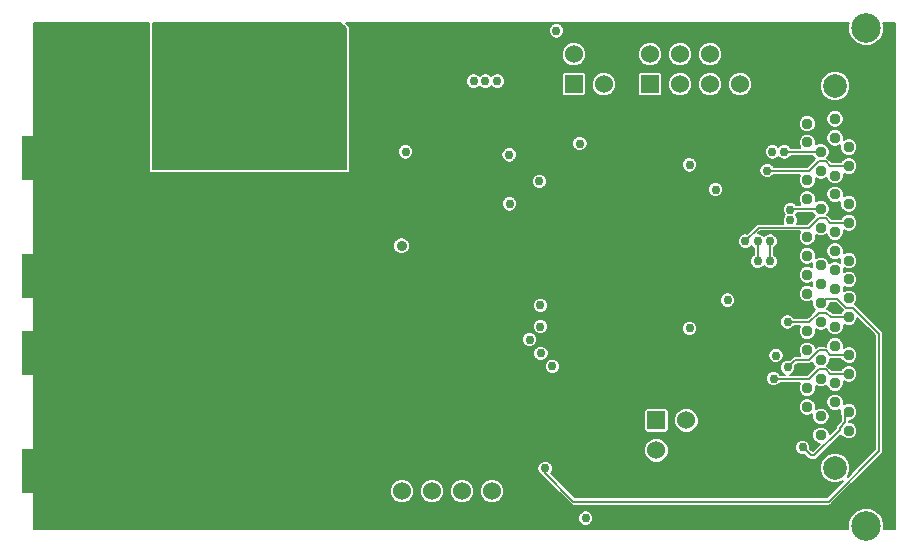
<source format=gbl>
G04 (created by PCBNEW (2013-03-31 BZR 4008)-stable) date 16/06/2013 11:35:49 PM*
%MOIN*%
G04 Gerber Fmt 3.4, Leading zero omitted, Abs format*
%FSLAX34Y34*%
G01*
G70*
G90*
G04 APERTURE LIST*
%ADD10C,0.005*%
%ADD11R,0.06X0.06*%
%ADD12C,0.06*%
%ADD13R,0.11811X0.11811*%
%ADD14C,0.0374016*%
%ADD15C,0.0787402*%
%ADD16C,0.0984252*%
%ADD17R,0.3X0.15*%
%ADD18C,0.03*%
%ADD19C,0.035*%
%ADD20C,0.006*%
%ADD21C,0.008*%
G04 APERTURE END LIST*
G54D10*
G54D11*
X87295Y-51877D03*
G54D12*
X87295Y-50877D03*
X88295Y-51877D03*
X88295Y-50877D03*
G54D11*
X81570Y-66444D03*
G54D12*
X81570Y-65444D03*
X82570Y-66444D03*
X82570Y-65444D03*
X83570Y-66444D03*
X83570Y-65444D03*
X84570Y-66444D03*
X84570Y-65444D03*
G54D11*
X89838Y-51877D03*
G54D12*
X89838Y-50877D03*
X90838Y-51877D03*
X90838Y-50877D03*
X91838Y-51877D03*
X91838Y-50877D03*
X92838Y-51877D03*
X92838Y-50877D03*
G54D11*
X90051Y-63082D03*
G54D12*
X91051Y-63082D03*
X90051Y-64082D03*
X91051Y-64082D03*
G54D13*
X88582Y-57283D03*
G54D14*
X95531Y-63582D03*
X95531Y-62952D03*
X95531Y-62322D03*
X95531Y-61692D03*
X95531Y-61062D03*
X95531Y-60433D03*
X95531Y-59803D03*
X95531Y-59173D03*
X95531Y-58543D03*
X95531Y-57913D03*
X95531Y-57283D03*
X95531Y-56653D03*
X95531Y-56023D03*
X95531Y-55393D03*
X95531Y-54763D03*
X95531Y-54133D03*
X95531Y-53503D03*
X95078Y-53188D03*
X95078Y-53818D03*
X95078Y-54448D03*
X95078Y-55078D03*
X95078Y-55708D03*
X95078Y-56338D03*
X95078Y-56968D03*
X95078Y-57598D03*
X95078Y-58228D03*
X95078Y-58858D03*
X95078Y-59488D03*
X95078Y-60118D03*
X95078Y-60748D03*
X95078Y-61377D03*
X95078Y-62007D03*
X95078Y-62637D03*
X95078Y-63267D03*
X96003Y-63110D03*
X96003Y-62480D03*
X96003Y-61850D03*
X96003Y-61220D03*
X96003Y-60590D03*
X96003Y-59960D03*
X96003Y-59330D03*
X96003Y-58700D03*
X96003Y-58070D03*
X96003Y-57440D03*
X96003Y-56811D03*
X96003Y-56181D03*
X96003Y-55551D03*
X96003Y-54921D03*
X96003Y-54291D03*
X96003Y-53661D03*
X96003Y-53031D03*
X96456Y-53346D03*
X96456Y-53976D03*
X96456Y-54606D03*
X96456Y-55236D03*
X96456Y-55866D03*
X96456Y-56496D03*
X96456Y-57125D03*
X96456Y-57755D03*
X96456Y-58385D03*
X96456Y-59015D03*
X96456Y-59645D03*
X96456Y-60275D03*
X96456Y-60905D03*
X96456Y-61535D03*
X96456Y-62165D03*
X96456Y-62795D03*
X96456Y-63425D03*
G54D15*
X96003Y-64675D03*
X96003Y-51938D03*
G54D16*
X97047Y-66604D03*
X97047Y-50009D03*
G54D17*
X70397Y-58274D03*
X70397Y-54324D03*
X70397Y-64770D03*
X70397Y-60820D03*
G54D18*
X92421Y-59074D03*
X91161Y-60019D03*
X92027Y-55393D03*
X91161Y-54566D03*
X87500Y-53858D03*
X86141Y-55118D03*
X83956Y-51771D03*
X84350Y-51771D03*
X84744Y-51771D03*
X77952Y-51181D03*
X77952Y-50590D03*
X77952Y-52362D03*
X75590Y-52952D03*
X75590Y-50590D03*
X76771Y-50590D03*
X75590Y-51771D03*
X75590Y-54133D03*
X77952Y-54133D03*
X77952Y-51771D03*
X77952Y-52952D03*
X76771Y-54133D03*
X76771Y-51771D03*
X76771Y-52952D03*
X86181Y-59251D03*
X85826Y-60393D03*
X86181Y-59960D03*
X86574Y-61279D03*
X86200Y-60846D03*
X85157Y-55866D03*
X85137Y-54232D03*
X87696Y-66338D03*
X86712Y-50098D03*
X94311Y-54133D03*
X93425Y-57775D03*
X93425Y-57106D03*
X94507Y-56062D03*
X86338Y-64685D03*
X81692Y-54133D03*
G54D19*
X81555Y-57263D03*
G54D18*
X93740Y-54763D03*
X93917Y-54133D03*
X93956Y-61692D03*
X94429Y-61318D03*
X94035Y-60925D03*
X94429Y-59803D03*
X93838Y-57775D03*
X93838Y-57106D03*
X93011Y-57106D03*
X94507Y-56417D03*
X94921Y-63976D03*
X85314Y-52125D03*
X83366Y-52165D03*
X84330Y-52440D03*
X83366Y-51141D03*
X84330Y-51141D03*
X80610Y-50492D03*
X82775Y-51141D03*
X81200Y-51082D03*
X80118Y-50000D03*
X81496Y-50000D03*
X86220Y-51181D03*
X85629Y-51181D03*
X93681Y-66220D03*
X89429Y-66220D03*
X89074Y-65255D03*
X92362Y-66220D03*
X91417Y-66220D03*
X90413Y-66220D03*
X95157Y-66220D03*
X91653Y-65374D03*
X88444Y-63877D03*
X87637Y-62677D03*
X86259Y-62165D03*
X87125Y-62165D03*
X88070Y-63110D03*
X88582Y-64724D03*
X90413Y-65374D03*
X92165Y-65019D03*
X85452Y-62165D03*
X84291Y-61850D03*
X83366Y-61181D03*
X81673Y-61181D03*
X80708Y-61811D03*
X81496Y-61811D03*
X82598Y-61181D03*
X83917Y-61338D03*
X85098Y-61909D03*
X86889Y-62913D03*
X79724Y-61811D03*
X78740Y-61811D03*
X77755Y-61811D03*
X76771Y-61811D03*
X75787Y-61811D03*
X74803Y-61811D03*
X73818Y-61811D03*
X72834Y-61811D03*
X72145Y-61220D03*
X72145Y-60236D03*
X71456Y-59842D03*
X70472Y-59842D03*
X69488Y-59842D03*
X84448Y-60925D03*
X84448Y-59645D03*
X84448Y-60236D03*
X84685Y-61476D03*
X69685Y-51377D03*
X71259Y-51771D03*
X69685Y-52559D03*
X80098Y-60157D03*
X76673Y-60275D03*
X73641Y-60275D03*
X73425Y-59448D03*
X74881Y-61003D03*
X78267Y-61043D03*
X82814Y-60433D03*
X72834Y-52952D03*
X72834Y-50590D03*
X70866Y-50196D03*
X69488Y-53346D03*
X69685Y-50196D03*
X72047Y-50196D03*
X72834Y-51771D03*
X72834Y-54133D03*
X84862Y-58444D03*
X84251Y-59153D03*
X83267Y-59448D03*
X82283Y-59448D03*
X81299Y-59448D03*
X80314Y-59448D03*
X79330Y-59448D03*
X78346Y-59448D03*
X77362Y-59448D03*
X76377Y-59448D03*
X75393Y-59448D03*
X74409Y-59448D03*
X72440Y-59448D03*
X84507Y-58838D03*
X84881Y-57696D03*
X72145Y-58759D03*
X72145Y-57972D03*
X69488Y-59251D03*
X70472Y-59251D03*
X71456Y-59251D03*
X80610Y-54232D03*
X79724Y-55118D03*
X81299Y-53543D03*
X80708Y-55118D03*
X78740Y-55118D03*
X77755Y-55118D03*
X76771Y-55118D03*
X75787Y-55118D03*
X74803Y-55118D03*
X73818Y-55118D03*
X72834Y-55118D03*
X72145Y-54724D03*
X72145Y-53740D03*
X71456Y-53346D03*
X70472Y-53346D03*
X81200Y-55118D03*
X93681Y-65452D03*
X92519Y-65354D03*
X95492Y-65452D03*
X88228Y-65492D03*
X86771Y-64803D03*
X87204Y-65236D03*
X86318Y-65255D03*
X86712Y-65649D03*
X87854Y-63484D03*
X83346Y-61929D03*
X84251Y-64960D03*
X83759Y-64665D03*
X85137Y-65059D03*
X94173Y-51673D03*
X92047Y-54055D03*
X91397Y-55433D03*
X83622Y-53877D03*
X82480Y-52952D03*
X84606Y-53444D03*
X89645Y-52539D03*
X92322Y-52539D03*
X95374Y-52854D03*
X93799Y-52480D03*
X90944Y-52539D03*
X88405Y-52814D03*
X92421Y-60433D03*
X93385Y-59724D03*
X94488Y-63700D03*
X93228Y-63700D03*
X92086Y-64094D03*
X89645Y-64685D03*
X89232Y-63326D03*
X88917Y-62874D03*
X89232Y-64251D03*
X91535Y-64665D03*
X92440Y-63759D03*
X93917Y-63700D03*
X95295Y-63917D03*
X88070Y-62106D03*
X87578Y-61614D03*
X88503Y-62539D03*
X79133Y-66338D03*
X76771Y-66338D03*
X74409Y-66338D03*
X72047Y-66338D03*
X69685Y-66338D03*
X70866Y-66338D03*
X73228Y-66338D03*
X75590Y-66338D03*
X77952Y-66338D03*
X80314Y-66338D03*
X96023Y-63996D03*
X94685Y-64507D03*
X92834Y-64448D03*
X93720Y-64448D03*
X97027Y-63818D03*
X87165Y-61338D03*
X91161Y-53956D03*
X93248Y-54685D03*
X92539Y-55275D03*
X94251Y-57893D03*
X94547Y-60492D03*
X86220Y-64173D03*
X86318Y-63484D03*
X82480Y-64468D03*
X81102Y-64468D03*
X80807Y-65354D03*
X79822Y-65354D03*
X78838Y-65354D03*
X72539Y-65748D03*
X73523Y-65748D03*
X74507Y-65748D03*
X75492Y-65748D03*
X76476Y-65748D03*
X77460Y-65748D03*
X78444Y-65748D03*
X80807Y-64862D03*
X81791Y-64468D03*
X83169Y-64468D03*
X84645Y-55118D03*
X84645Y-54665D03*
X84645Y-55610D03*
X84901Y-56850D03*
X84645Y-64271D03*
X72145Y-65354D03*
X71456Y-65748D03*
X70472Y-65748D03*
X69488Y-65748D03*
X72145Y-64566D03*
X85334Y-61023D03*
X85137Y-60433D03*
X85826Y-61318D03*
X91161Y-59114D03*
X90157Y-53956D03*
X90177Y-60610D03*
X85354Y-57696D03*
X85433Y-58799D03*
X81791Y-52952D03*
X82480Y-52460D03*
X85728Y-52952D03*
X86023Y-55511D03*
X86122Y-54625D03*
X82972Y-55118D03*
X82185Y-55118D03*
X92913Y-62421D03*
X91161Y-60610D03*
G54D19*
X82736Y-57263D03*
G54D10*
X94311Y-54133D02*
X95531Y-54133D01*
X93425Y-57106D02*
X93425Y-57775D01*
X94507Y-56062D02*
X94547Y-56023D01*
X94547Y-56023D02*
X95531Y-56023D01*
G54D20*
X97480Y-64094D02*
X97480Y-60196D01*
X97480Y-60196D02*
X96614Y-59330D01*
G54D10*
X95669Y-59035D02*
X96082Y-59035D01*
X96082Y-59035D02*
X96377Y-59330D01*
G54D20*
X96614Y-59330D02*
X96377Y-59330D01*
G54D10*
X95531Y-59173D02*
X95669Y-59035D01*
G54D20*
X86338Y-64685D02*
X86338Y-64842D01*
X95787Y-65787D02*
X97480Y-64094D01*
X95748Y-65787D02*
X95787Y-65787D01*
X94980Y-65787D02*
X95748Y-65787D01*
X87283Y-65787D02*
X94980Y-65787D01*
X86338Y-64842D02*
X87283Y-65787D01*
G54D10*
X96456Y-54606D02*
X95925Y-54606D01*
X95137Y-54763D02*
X93740Y-54763D01*
X95452Y-54448D02*
X95137Y-54763D01*
X95688Y-54448D02*
X95452Y-54448D01*
X95846Y-54606D02*
X95688Y-54448D01*
X95925Y-54606D02*
X95846Y-54606D01*
X95905Y-61535D02*
X95846Y-61535D01*
X95846Y-61535D02*
X95688Y-61377D01*
X95688Y-61377D02*
X95452Y-61377D01*
X95452Y-61377D02*
X95137Y-61692D01*
X95137Y-61692D02*
X94822Y-61692D01*
X96456Y-61535D02*
X95905Y-61535D01*
X93956Y-61692D02*
X94822Y-61692D01*
X94685Y-61062D02*
X95137Y-61062D01*
X95452Y-60748D02*
X95137Y-61062D01*
X96456Y-60905D02*
X95846Y-60905D01*
X95846Y-60905D02*
X95688Y-60748D01*
X95688Y-60748D02*
X95452Y-60748D01*
X94429Y-61318D02*
X94685Y-61062D01*
X94035Y-60925D02*
X94015Y-60925D01*
X95708Y-59488D02*
X95452Y-59488D01*
X95866Y-59645D02*
X95708Y-59488D01*
X96456Y-59645D02*
X95866Y-59645D01*
X95452Y-59488D02*
X95137Y-59803D01*
X94429Y-59803D02*
X95137Y-59803D01*
X93838Y-57775D02*
X93838Y-57106D01*
X93011Y-57106D02*
X93464Y-56653D01*
X93484Y-56653D02*
X94685Y-56653D01*
X93464Y-56653D02*
X93484Y-56653D01*
X96456Y-56496D02*
X95846Y-56496D01*
X94685Y-56653D02*
X94685Y-56653D01*
X94685Y-56653D02*
X94704Y-56653D01*
X95137Y-56653D02*
X94685Y-56653D01*
X95452Y-56338D02*
X95137Y-56653D01*
X95688Y-56338D02*
X95452Y-56338D01*
X95846Y-56496D02*
X95688Y-56338D01*
G54D21*
X96161Y-63366D02*
X96161Y-63405D01*
G54D10*
X96161Y-63366D02*
X96161Y-63326D01*
X96338Y-62913D02*
X96456Y-62795D01*
X96338Y-63149D02*
X96338Y-62913D01*
X96161Y-63326D02*
X96338Y-63149D01*
G54D21*
X95196Y-64251D02*
X94921Y-63976D01*
X95314Y-64251D02*
X95196Y-64251D01*
X96161Y-63405D02*
X95314Y-64251D01*
G54D10*
X95157Y-66220D02*
X93681Y-66220D01*
X90413Y-66220D02*
X91417Y-66220D01*
X95492Y-65452D02*
X93681Y-65452D01*
X92618Y-65452D02*
X93681Y-65452D01*
X92519Y-65354D02*
X92618Y-65452D01*
X87460Y-65492D02*
X88228Y-65492D01*
X87204Y-65236D02*
X86771Y-64803D01*
X87204Y-65236D02*
X87460Y-65492D01*
G36*
X79699Y-54699D02*
X73253Y-54699D01*
X73253Y-49828D01*
X79517Y-49828D01*
X79699Y-50010D01*
X79699Y-54699D01*
X79699Y-54699D01*
G37*
X79699Y-54699D02*
X73253Y-54699D01*
X73253Y-49828D01*
X79517Y-49828D01*
X79699Y-50010D01*
X79699Y-54699D01*
G36*
X95351Y-56256D02*
X95083Y-56523D01*
X94739Y-56523D01*
X94762Y-56468D01*
X94762Y-56366D01*
X94724Y-56273D01*
X94691Y-56240D01*
X94723Y-56207D01*
X94746Y-56153D01*
X95269Y-56153D01*
X95283Y-56188D01*
X95351Y-56256D01*
X95351Y-56256D01*
G37*
X95351Y-56256D02*
X95083Y-56523D01*
X94739Y-56523D01*
X94762Y-56468D01*
X94762Y-56366D01*
X94724Y-56273D01*
X94691Y-56240D01*
X94723Y-56207D01*
X94746Y-56153D01*
X95269Y-56153D01*
X95283Y-56188D01*
X95351Y-56256D01*
G36*
X95351Y-61295D02*
X95083Y-61562D01*
X94822Y-61562D01*
X94506Y-61562D01*
X94573Y-61535D01*
X94645Y-61463D01*
X94684Y-61369D01*
X94684Y-61268D01*
X94678Y-61253D01*
X94738Y-61192D01*
X95137Y-61192D01*
X95187Y-61183D01*
X95229Y-61154D01*
X95246Y-61138D01*
X95283Y-61228D01*
X95351Y-61295D01*
X95351Y-61295D01*
G37*
X95351Y-61295D02*
X95083Y-61562D01*
X94822Y-61562D01*
X94506Y-61562D01*
X94573Y-61535D01*
X94645Y-61463D01*
X94684Y-61369D01*
X94684Y-61268D01*
X94678Y-61253D01*
X94738Y-61192D01*
X95137Y-61192D01*
X95187Y-61183D01*
X95229Y-61154D01*
X95246Y-61138D01*
X95283Y-61228D01*
X95351Y-61295D01*
G36*
X96274Y-59414D02*
X96209Y-59480D01*
X96194Y-59515D01*
X95919Y-59515D01*
X95800Y-59396D01*
X95758Y-59368D01*
X95751Y-59366D01*
X95778Y-59338D01*
X95823Y-59231D01*
X95823Y-59165D01*
X96028Y-59165D01*
X96268Y-59404D01*
X96274Y-59414D01*
X96274Y-59414D01*
G37*
X96274Y-59414D02*
X96209Y-59480D01*
X96194Y-59515D01*
X95919Y-59515D01*
X95800Y-59396D01*
X95758Y-59368D01*
X95751Y-59366D01*
X95778Y-59338D01*
X95823Y-59231D01*
X95823Y-59165D01*
X96028Y-59165D01*
X96268Y-59404D01*
X96274Y-59414D01*
G36*
X98006Y-66707D02*
X97644Y-66707D01*
X97644Y-66486D01*
X97615Y-66415D01*
X97615Y-64094D01*
X97615Y-60196D01*
X97615Y-60196D01*
X97615Y-60196D01*
X97613Y-60186D01*
X97605Y-60145D01*
X97605Y-60145D01*
X97575Y-60101D01*
X97575Y-60101D01*
X96709Y-59235D01*
X96673Y-59211D01*
X96704Y-59181D01*
X96748Y-59074D01*
X96748Y-58957D01*
X96704Y-58850D01*
X96622Y-58768D01*
X96515Y-58723D01*
X96398Y-58723D01*
X96292Y-58767D01*
X96295Y-58759D01*
X96295Y-58642D01*
X96292Y-58633D01*
X96398Y-58677D01*
X96514Y-58677D01*
X96621Y-58633D01*
X96704Y-58551D01*
X96748Y-58444D01*
X96748Y-58327D01*
X96704Y-58220D01*
X96622Y-58138D01*
X96515Y-58093D01*
X96398Y-58093D01*
X96292Y-58137D01*
X96295Y-58129D01*
X96295Y-58013D01*
X96292Y-58003D01*
X96398Y-58047D01*
X96514Y-58047D01*
X96621Y-58003D01*
X96704Y-57921D01*
X96748Y-57814D01*
X96748Y-57698D01*
X96748Y-56438D01*
X96748Y-55808D01*
X96748Y-54548D01*
X96748Y-53918D01*
X96704Y-53811D01*
X96622Y-53728D01*
X96515Y-53684D01*
X96502Y-53684D01*
X96502Y-51840D01*
X96426Y-51656D01*
X96286Y-51516D01*
X96103Y-51440D01*
X95905Y-51440D01*
X95721Y-51515D01*
X95581Y-51656D01*
X95505Y-51839D01*
X95505Y-52037D01*
X95580Y-52221D01*
X95721Y-52361D01*
X95904Y-52437D01*
X96102Y-52437D01*
X96286Y-52362D01*
X96426Y-52221D01*
X96502Y-52038D01*
X96502Y-51840D01*
X96502Y-53684D01*
X96398Y-53684D01*
X96292Y-53728D01*
X96295Y-53719D01*
X96295Y-53603D01*
X96295Y-52973D01*
X96251Y-52866D01*
X96169Y-52784D01*
X96062Y-52739D01*
X95946Y-52739D01*
X95838Y-52783D01*
X95756Y-52865D01*
X95711Y-52973D01*
X95711Y-53089D01*
X95756Y-53196D01*
X95838Y-53278D01*
X95945Y-53323D01*
X96061Y-53323D01*
X96169Y-53279D01*
X96251Y-53197D01*
X96295Y-53089D01*
X96295Y-52973D01*
X96295Y-53603D01*
X96251Y-53496D01*
X96169Y-53414D01*
X96062Y-53369D01*
X95946Y-53369D01*
X95838Y-53413D01*
X95756Y-53495D01*
X95711Y-53603D01*
X95711Y-53719D01*
X95756Y-53826D01*
X95838Y-53908D01*
X95945Y-53953D01*
X96061Y-53953D01*
X96168Y-53909D01*
X96164Y-53918D01*
X96164Y-54034D01*
X96208Y-54141D01*
X96291Y-54223D01*
X96398Y-54268D01*
X96514Y-54268D01*
X96621Y-54224D01*
X96704Y-54142D01*
X96748Y-54034D01*
X96748Y-53918D01*
X96748Y-54548D01*
X96704Y-54441D01*
X96622Y-54358D01*
X96515Y-54314D01*
X96398Y-54314D01*
X96291Y-54358D01*
X96209Y-54440D01*
X96194Y-54476D01*
X95925Y-54476D01*
X95900Y-54476D01*
X95780Y-54356D01*
X95745Y-54333D01*
X95778Y-54299D01*
X95823Y-54192D01*
X95823Y-54076D01*
X95779Y-53968D01*
X95697Y-53886D01*
X95589Y-53841D01*
X95473Y-53841D01*
X95367Y-53885D01*
X95370Y-53877D01*
X95370Y-53761D01*
X95370Y-53131D01*
X95326Y-53023D01*
X95244Y-52941D01*
X95137Y-52897D01*
X95020Y-52896D01*
X94913Y-52941D01*
X94831Y-53023D01*
X94786Y-53130D01*
X94786Y-53246D01*
X94831Y-53354D01*
X94913Y-53436D01*
X95020Y-53480D01*
X95136Y-53481D01*
X95243Y-53436D01*
X95326Y-53354D01*
X95370Y-53247D01*
X95370Y-53131D01*
X95370Y-53761D01*
X95326Y-53653D01*
X95244Y-53571D01*
X95137Y-53526D01*
X95020Y-53526D01*
X94913Y-53571D01*
X94831Y-53653D01*
X94786Y-53760D01*
X94786Y-53876D01*
X94831Y-53984D01*
X94850Y-54003D01*
X94533Y-54003D01*
X94527Y-53989D01*
X94455Y-53917D01*
X94361Y-53878D01*
X94260Y-53878D01*
X94166Y-53917D01*
X94114Y-53970D01*
X94061Y-53917D01*
X93968Y-53878D01*
X93866Y-53878D01*
X93773Y-53917D01*
X93701Y-53989D01*
X93662Y-54082D01*
X93662Y-54184D01*
X93701Y-54278D01*
X93772Y-54349D01*
X93866Y-54388D01*
X93967Y-54388D01*
X94061Y-54350D01*
X94114Y-54297D01*
X94166Y-54349D01*
X94260Y-54388D01*
X94361Y-54388D01*
X94455Y-54350D01*
X94527Y-54278D01*
X94533Y-54263D01*
X95269Y-54263D01*
X95283Y-54299D01*
X95351Y-54366D01*
X95083Y-54633D01*
X93962Y-54633D01*
X93956Y-54619D01*
X93884Y-54547D01*
X93791Y-54508D01*
X93689Y-54508D01*
X93595Y-54547D01*
X93524Y-54619D01*
X93485Y-54712D01*
X93485Y-54814D01*
X93523Y-54908D01*
X93595Y-54979D01*
X93689Y-55018D01*
X93790Y-55018D01*
X93884Y-54980D01*
X93956Y-54908D01*
X93962Y-54893D01*
X94850Y-54893D01*
X94831Y-54913D01*
X94786Y-55020D01*
X94786Y-55136D01*
X94831Y-55243D01*
X94913Y-55326D01*
X95020Y-55370D01*
X95136Y-55370D01*
X95243Y-55326D01*
X95326Y-55244D01*
X95370Y-55137D01*
X95370Y-55020D01*
X95366Y-55011D01*
X95473Y-55055D01*
X95589Y-55055D01*
X95696Y-55011D01*
X95716Y-54991D01*
X95756Y-55086D01*
X95838Y-55168D01*
X95945Y-55213D01*
X96061Y-55213D01*
X96169Y-55168D01*
X96251Y-55086D01*
X96295Y-54979D01*
X96295Y-54863D01*
X96292Y-54854D01*
X96398Y-54898D01*
X96514Y-54898D01*
X96621Y-54853D01*
X96704Y-54771D01*
X96748Y-54664D01*
X96748Y-54548D01*
X96748Y-55808D01*
X96704Y-55700D01*
X96622Y-55618D01*
X96515Y-55574D01*
X96398Y-55574D01*
X96292Y-55618D01*
X96295Y-55609D01*
X96295Y-55493D01*
X96251Y-55385D01*
X96169Y-55303D01*
X96062Y-55259D01*
X95946Y-55259D01*
X95838Y-55303D01*
X95756Y-55385D01*
X95711Y-55492D01*
X95711Y-55609D01*
X95756Y-55716D01*
X95838Y-55798D01*
X95945Y-55843D01*
X96061Y-55843D01*
X96168Y-55799D01*
X96164Y-55807D01*
X96164Y-55923D01*
X96208Y-56031D01*
X96291Y-56113D01*
X96398Y-56158D01*
X96514Y-56158D01*
X96621Y-56113D01*
X96704Y-56031D01*
X96748Y-55924D01*
X96748Y-55808D01*
X96748Y-56438D01*
X96704Y-56330D01*
X96622Y-56248D01*
X96515Y-56204D01*
X96398Y-56204D01*
X96291Y-56248D01*
X96209Y-56330D01*
X96194Y-56366D01*
X95900Y-56366D01*
X95780Y-56246D01*
X95745Y-56222D01*
X95778Y-56189D01*
X95823Y-56081D01*
X95823Y-55965D01*
X95779Y-55858D01*
X95697Y-55776D01*
X95589Y-55731D01*
X95473Y-55731D01*
X95367Y-55775D01*
X95370Y-55767D01*
X95370Y-55650D01*
X95326Y-55543D01*
X95244Y-55461D01*
X95137Y-55416D01*
X95020Y-55416D01*
X94913Y-55460D01*
X94831Y-55543D01*
X94786Y-55650D01*
X94786Y-55766D01*
X94831Y-55873D01*
X94850Y-55893D01*
X94699Y-55893D01*
X94652Y-55846D01*
X94558Y-55808D01*
X94457Y-55807D01*
X94363Y-55846D01*
X94291Y-55918D01*
X94252Y-56012D01*
X94252Y-56113D01*
X94291Y-56207D01*
X94324Y-56240D01*
X94291Y-56272D01*
X94252Y-56366D01*
X94252Y-56467D01*
X94275Y-56523D01*
X93484Y-56523D01*
X93464Y-56523D01*
X93414Y-56533D01*
X93397Y-56544D01*
X93372Y-56561D01*
X93372Y-56561D01*
X93243Y-56690D01*
X93243Y-51797D01*
X93182Y-51648D01*
X93068Y-51534D01*
X92919Y-51473D01*
X92758Y-51472D01*
X92609Y-51534D01*
X92495Y-51648D01*
X92433Y-51797D01*
X92433Y-51958D01*
X92495Y-52107D01*
X92608Y-52221D01*
X92757Y-52282D01*
X92918Y-52283D01*
X93067Y-52221D01*
X93181Y-52107D01*
X93243Y-51958D01*
X93243Y-51797D01*
X93243Y-56690D01*
X93077Y-56857D01*
X93062Y-56851D01*
X92961Y-56851D01*
X92867Y-56889D01*
X92795Y-56961D01*
X92756Y-57055D01*
X92756Y-57156D01*
X92795Y-57250D01*
X92867Y-57322D01*
X92960Y-57361D01*
X93062Y-57361D01*
X93156Y-57322D01*
X93218Y-57260D01*
X93280Y-57322D01*
X93295Y-57328D01*
X93295Y-57553D01*
X93280Y-57559D01*
X93209Y-57630D01*
X93170Y-57724D01*
X93170Y-57826D01*
X93208Y-57919D01*
X93280Y-57991D01*
X93374Y-58030D01*
X93475Y-58030D01*
X93569Y-57991D01*
X93631Y-57929D01*
X93693Y-57991D01*
X93787Y-58030D01*
X93889Y-58030D01*
X93982Y-57991D01*
X94054Y-57920D01*
X94093Y-57826D01*
X94093Y-57725D01*
X94054Y-57631D01*
X93983Y-57559D01*
X93968Y-57553D01*
X93968Y-57328D01*
X93982Y-57322D01*
X94054Y-57250D01*
X94093Y-57157D01*
X94093Y-57055D01*
X94054Y-56962D01*
X93983Y-56890D01*
X93889Y-56851D01*
X93788Y-56851D01*
X93694Y-56889D01*
X93631Y-56952D01*
X93569Y-56890D01*
X93476Y-56851D01*
X93450Y-56851D01*
X93518Y-56783D01*
X94685Y-56783D01*
X94704Y-56783D01*
X94850Y-56783D01*
X94831Y-56802D01*
X94786Y-56910D01*
X94786Y-57026D01*
X94831Y-57133D01*
X94913Y-57215D01*
X95020Y-57260D01*
X95136Y-57260D01*
X95243Y-57216D01*
X95326Y-57134D01*
X95370Y-57026D01*
X95370Y-56910D01*
X95366Y-56901D01*
X95473Y-56945D01*
X95589Y-56945D01*
X95696Y-56901D01*
X95716Y-56881D01*
X95756Y-56976D01*
X95838Y-57058D01*
X95945Y-57102D01*
X96061Y-57103D01*
X96169Y-57058D01*
X96251Y-56976D01*
X96295Y-56869D01*
X96295Y-56753D01*
X96292Y-56743D01*
X96398Y-56788D01*
X96514Y-56788D01*
X96621Y-56743D01*
X96704Y-56661D01*
X96748Y-56554D01*
X96748Y-56438D01*
X96748Y-57698D01*
X96704Y-57590D01*
X96622Y-57508D01*
X96515Y-57463D01*
X96398Y-57463D01*
X96292Y-57507D01*
X96295Y-57499D01*
X96295Y-57383D01*
X96251Y-57275D01*
X96169Y-57193D01*
X96062Y-57148D01*
X95946Y-57148D01*
X95838Y-57193D01*
X95756Y-57275D01*
X95711Y-57382D01*
X95711Y-57498D01*
X95756Y-57606D01*
X95838Y-57688D01*
X95945Y-57732D01*
X96061Y-57733D01*
X96168Y-57688D01*
X96164Y-57697D01*
X96164Y-57813D01*
X96168Y-57823D01*
X96062Y-57778D01*
X95946Y-57778D01*
X95838Y-57823D01*
X95818Y-57843D01*
X95779Y-57748D01*
X95697Y-57665D01*
X95589Y-57621D01*
X95473Y-57621D01*
X95367Y-57665D01*
X95370Y-57656D01*
X95370Y-57540D01*
X95326Y-57433D01*
X95244Y-57351D01*
X95137Y-57306D01*
X95020Y-57306D01*
X94913Y-57350D01*
X94831Y-57432D01*
X94786Y-57540D01*
X94786Y-57656D01*
X94831Y-57763D01*
X94913Y-57845D01*
X95020Y-57890D01*
X95136Y-57890D01*
X95243Y-57846D01*
X95239Y-57855D01*
X95239Y-57971D01*
X95243Y-57980D01*
X95137Y-57936D01*
X95020Y-57936D01*
X94913Y-57980D01*
X94831Y-58062D01*
X94786Y-58170D01*
X94786Y-58286D01*
X94831Y-58393D01*
X94913Y-58475D01*
X95020Y-58520D01*
X95136Y-58520D01*
X95243Y-58476D01*
X95239Y-58484D01*
X95239Y-58601D01*
X95243Y-58610D01*
X95137Y-58566D01*
X95020Y-58566D01*
X94913Y-58610D01*
X94831Y-58692D01*
X94786Y-58799D01*
X94786Y-58916D01*
X94831Y-59023D01*
X94913Y-59105D01*
X95020Y-59150D01*
X95136Y-59150D01*
X95243Y-59106D01*
X95239Y-59114D01*
X95239Y-59231D01*
X95283Y-59338D01*
X95351Y-59405D01*
X95083Y-59673D01*
X94651Y-59673D01*
X94645Y-59658D01*
X94573Y-59587D01*
X94480Y-59548D01*
X94378Y-59548D01*
X94284Y-59586D01*
X94213Y-59658D01*
X94174Y-59752D01*
X94174Y-59853D01*
X94212Y-59947D01*
X94284Y-60019D01*
X94378Y-60058D01*
X94479Y-60058D01*
X94573Y-60019D01*
X94645Y-59947D01*
X94651Y-59933D01*
X94850Y-59933D01*
X94831Y-59952D01*
X94786Y-60059D01*
X94786Y-60175D01*
X94831Y-60283D01*
X94913Y-60365D01*
X95020Y-60410D01*
X95136Y-60410D01*
X95243Y-60365D01*
X95326Y-60283D01*
X95370Y-60176D01*
X95370Y-60060D01*
X95366Y-60051D01*
X95473Y-60095D01*
X95589Y-60095D01*
X95696Y-60050D01*
X95716Y-60030D01*
X95756Y-60125D01*
X95838Y-60208D01*
X95945Y-60252D01*
X96061Y-60252D01*
X96169Y-60208D01*
X96251Y-60126D01*
X96295Y-60018D01*
X96295Y-59902D01*
X96292Y-59893D01*
X96398Y-59937D01*
X96514Y-59937D01*
X96621Y-59893D01*
X96704Y-59811D01*
X96748Y-59704D01*
X96748Y-59656D01*
X97345Y-60252D01*
X97345Y-64038D01*
X96748Y-64635D01*
X96748Y-63367D01*
X96704Y-63260D01*
X96622Y-63177D01*
X96515Y-63133D01*
X96468Y-63133D01*
X96468Y-63087D01*
X96514Y-63087D01*
X96621Y-63042D01*
X96704Y-62960D01*
X96748Y-62853D01*
X96748Y-62737D01*
X96748Y-61477D01*
X96704Y-61370D01*
X96622Y-61288D01*
X96515Y-61243D01*
X96398Y-61243D01*
X96291Y-61287D01*
X96209Y-61369D01*
X96194Y-61405D01*
X95905Y-61405D01*
X95900Y-61405D01*
X95780Y-61286D01*
X95745Y-61262D01*
X95778Y-61228D01*
X95823Y-61121D01*
X95823Y-61030D01*
X95846Y-61035D01*
X96194Y-61035D01*
X96208Y-61070D01*
X96291Y-61152D01*
X96398Y-61197D01*
X96514Y-61197D01*
X96621Y-61153D01*
X96704Y-61071D01*
X96748Y-60963D01*
X96748Y-60847D01*
X96704Y-60740D01*
X96622Y-60658D01*
X96515Y-60613D01*
X96398Y-60613D01*
X96292Y-60657D01*
X96295Y-60648D01*
X96295Y-60532D01*
X96251Y-60425D01*
X96169Y-60343D01*
X96062Y-60298D01*
X95946Y-60298D01*
X95838Y-60342D01*
X95756Y-60424D01*
X95711Y-60532D01*
X95711Y-60622D01*
X95688Y-60618D01*
X95452Y-60618D01*
X95452Y-60618D01*
X95442Y-60619D01*
X95403Y-60627D01*
X95360Y-60656D01*
X95360Y-60656D01*
X95357Y-60659D01*
X95326Y-60582D01*
X95244Y-60500D01*
X95137Y-60456D01*
X95020Y-60455D01*
X94913Y-60500D01*
X94831Y-60582D01*
X94786Y-60689D01*
X94786Y-60805D01*
X94831Y-60913D01*
X94850Y-60932D01*
X94685Y-60932D01*
X94685Y-60932D01*
X94675Y-60934D01*
X94635Y-60942D01*
X94593Y-60971D01*
X94593Y-60971D01*
X94494Y-61069D01*
X94480Y-61063D01*
X94378Y-61063D01*
X94290Y-61100D01*
X94290Y-60874D01*
X94251Y-60780D01*
X94180Y-60709D01*
X94086Y-60670D01*
X93984Y-60670D01*
X93891Y-60708D01*
X93819Y-60780D01*
X93780Y-60874D01*
X93780Y-60975D01*
X93819Y-61069D01*
X93890Y-61141D01*
X93984Y-61180D01*
X94085Y-61180D01*
X94179Y-61141D01*
X94251Y-61069D01*
X94290Y-60976D01*
X94290Y-60874D01*
X94290Y-61100D01*
X94284Y-61102D01*
X94213Y-61174D01*
X94174Y-61267D01*
X94174Y-61369D01*
X94212Y-61463D01*
X94284Y-61534D01*
X94351Y-61562D01*
X94178Y-61562D01*
X94172Y-61548D01*
X94101Y-61476D01*
X94007Y-61437D01*
X93906Y-61437D01*
X93812Y-61476D01*
X93740Y-61548D01*
X93701Y-61641D01*
X93701Y-61743D01*
X93740Y-61837D01*
X93812Y-61908D01*
X93905Y-61947D01*
X94007Y-61947D01*
X94100Y-61909D01*
X94172Y-61837D01*
X94178Y-61822D01*
X94822Y-61822D01*
X94850Y-61822D01*
X94831Y-61842D01*
X94786Y-61949D01*
X94786Y-62065D01*
X94831Y-62173D01*
X94913Y-62255D01*
X95020Y-62299D01*
X95136Y-62299D01*
X95243Y-62255D01*
X95326Y-62173D01*
X95370Y-62066D01*
X95370Y-61950D01*
X95366Y-61940D01*
X95473Y-61984D01*
X95589Y-61984D01*
X95696Y-61940D01*
X95716Y-61920D01*
X95756Y-62015D01*
X95838Y-62097D01*
X95945Y-62142D01*
X96061Y-62142D01*
X96169Y-62098D01*
X96251Y-62016D01*
X96295Y-61908D01*
X96295Y-61792D01*
X96292Y-61783D01*
X96398Y-61827D01*
X96514Y-61827D01*
X96621Y-61783D01*
X96704Y-61701D01*
X96748Y-61593D01*
X96748Y-61477D01*
X96748Y-62737D01*
X96704Y-62630D01*
X96622Y-62547D01*
X96515Y-62503D01*
X96398Y-62503D01*
X96292Y-62547D01*
X96295Y-62538D01*
X96295Y-62422D01*
X96251Y-62315D01*
X96169Y-62232D01*
X96062Y-62188D01*
X95946Y-62188D01*
X95838Y-62232D01*
X95756Y-62314D01*
X95711Y-62421D01*
X95711Y-62538D01*
X95756Y-62645D01*
X95838Y-62727D01*
X95945Y-62772D01*
X96061Y-62772D01*
X96168Y-62728D01*
X96164Y-62736D01*
X96164Y-62853D01*
X96208Y-62959D01*
X96208Y-63095D01*
X96069Y-63234D01*
X96041Y-63277D01*
X96037Y-63295D01*
X96027Y-63310D01*
X96021Y-63340D01*
X95823Y-63538D01*
X95823Y-63524D01*
X95823Y-62894D01*
X95779Y-62787D01*
X95697Y-62705D01*
X95589Y-62660D01*
X95473Y-62660D01*
X95367Y-62704D01*
X95370Y-62696D01*
X95370Y-62579D01*
X95326Y-62472D01*
X95244Y-62390D01*
X95137Y-62345D01*
X95020Y-62345D01*
X94913Y-62390D01*
X94831Y-62472D01*
X94786Y-62579D01*
X94786Y-62695D01*
X94831Y-62802D01*
X94913Y-62885D01*
X95020Y-62929D01*
X95136Y-62929D01*
X95243Y-62885D01*
X95239Y-62894D01*
X95239Y-63010D01*
X95283Y-63117D01*
X95365Y-63200D01*
X95473Y-63244D01*
X95589Y-63244D01*
X95696Y-63200D01*
X95778Y-63118D01*
X95823Y-63011D01*
X95823Y-62894D01*
X95823Y-63524D01*
X95779Y-63417D01*
X95697Y-63335D01*
X95589Y-63290D01*
X95473Y-63290D01*
X95366Y-63334D01*
X95284Y-63417D01*
X95239Y-63524D01*
X95239Y-63640D01*
X95283Y-63747D01*
X95365Y-63830D01*
X95473Y-63874D01*
X95487Y-63874D01*
X95255Y-64105D01*
X95176Y-64026D01*
X95176Y-63925D01*
X95137Y-63832D01*
X95065Y-63760D01*
X94972Y-63721D01*
X94870Y-63721D01*
X94777Y-63760D01*
X94705Y-63831D01*
X94666Y-63925D01*
X94666Y-64026D01*
X94704Y-64120D01*
X94776Y-64192D01*
X94870Y-64231D01*
X94971Y-64231D01*
X95094Y-64354D01*
X95094Y-64354D01*
X95125Y-64375D01*
X95141Y-64385D01*
X95141Y-64385D01*
X95196Y-64396D01*
X95314Y-64396D01*
X95314Y-64396D01*
X95361Y-64387D01*
X95370Y-64385D01*
X95370Y-64385D01*
X95417Y-64354D01*
X96200Y-63571D01*
X96208Y-63590D01*
X96291Y-63672D01*
X96398Y-63717D01*
X96514Y-63717D01*
X96621Y-63672D01*
X96704Y-63590D01*
X96748Y-63483D01*
X96748Y-63367D01*
X96748Y-64635D01*
X96426Y-64956D01*
X96502Y-64774D01*
X96502Y-64576D01*
X96426Y-64393D01*
X96286Y-64252D01*
X96103Y-64176D01*
X95905Y-64176D01*
X95721Y-64252D01*
X95581Y-64392D01*
X95505Y-64575D01*
X95505Y-64773D01*
X95580Y-64957D01*
X95721Y-65097D01*
X95904Y-65173D01*
X96102Y-65173D01*
X96285Y-65098D01*
X95731Y-65652D01*
X94980Y-65652D01*
X92676Y-65652D01*
X92676Y-59024D01*
X92637Y-58930D01*
X92565Y-58858D01*
X92472Y-58819D01*
X92370Y-58819D01*
X92282Y-58856D01*
X92282Y-55343D01*
X92243Y-55249D01*
X92243Y-55249D01*
X92243Y-51797D01*
X92243Y-50797D01*
X92182Y-50648D01*
X92068Y-50534D01*
X91919Y-50473D01*
X91758Y-50472D01*
X91609Y-50534D01*
X91495Y-50648D01*
X91433Y-50797D01*
X91433Y-50958D01*
X91495Y-51107D01*
X91608Y-51221D01*
X91757Y-51282D01*
X91918Y-51283D01*
X92067Y-51221D01*
X92181Y-51107D01*
X92243Y-50958D01*
X92243Y-50797D01*
X92243Y-51797D01*
X92182Y-51648D01*
X92068Y-51534D01*
X91919Y-51473D01*
X91758Y-51472D01*
X91609Y-51534D01*
X91495Y-51648D01*
X91433Y-51797D01*
X91433Y-51958D01*
X91495Y-52107D01*
X91608Y-52221D01*
X91757Y-52282D01*
X91918Y-52283D01*
X92067Y-52221D01*
X92181Y-52107D01*
X92243Y-51958D01*
X92243Y-51797D01*
X92243Y-55249D01*
X92172Y-55177D01*
X92078Y-55138D01*
X91977Y-55138D01*
X91883Y-55177D01*
X91811Y-55249D01*
X91772Y-55342D01*
X91772Y-55444D01*
X91811Y-55537D01*
X91882Y-55609D01*
X91976Y-55648D01*
X92078Y-55648D01*
X92171Y-55610D01*
X92243Y-55538D01*
X92282Y-55444D01*
X92282Y-55343D01*
X92282Y-58856D01*
X92277Y-58858D01*
X92205Y-58930D01*
X92166Y-59023D01*
X92166Y-59125D01*
X92204Y-59219D01*
X92276Y-59290D01*
X92370Y-59329D01*
X92471Y-59329D01*
X92565Y-59291D01*
X92637Y-59219D01*
X92676Y-59125D01*
X92676Y-59024D01*
X92676Y-65652D01*
X91456Y-65652D01*
X91456Y-63002D01*
X91416Y-62906D01*
X91416Y-59969D01*
X91416Y-54516D01*
X91377Y-54422D01*
X91306Y-54350D01*
X91243Y-54324D01*
X91243Y-51797D01*
X91243Y-50797D01*
X91182Y-50648D01*
X91068Y-50534D01*
X90919Y-50473D01*
X90758Y-50472D01*
X90609Y-50534D01*
X90495Y-50648D01*
X90433Y-50797D01*
X90433Y-50958D01*
X90495Y-51107D01*
X90608Y-51221D01*
X90757Y-51282D01*
X90918Y-51283D01*
X91067Y-51221D01*
X91181Y-51107D01*
X91243Y-50958D01*
X91243Y-50797D01*
X91243Y-51797D01*
X91182Y-51648D01*
X91068Y-51534D01*
X90919Y-51473D01*
X90758Y-51472D01*
X90609Y-51534D01*
X90495Y-51648D01*
X90433Y-51797D01*
X90433Y-51958D01*
X90495Y-52107D01*
X90608Y-52221D01*
X90757Y-52282D01*
X90918Y-52283D01*
X91067Y-52221D01*
X91181Y-52107D01*
X91243Y-51958D01*
X91243Y-51797D01*
X91243Y-54324D01*
X91212Y-54311D01*
X91110Y-54311D01*
X91017Y-54350D01*
X90945Y-54422D01*
X90906Y-54515D01*
X90906Y-54617D01*
X90945Y-54711D01*
X91016Y-54782D01*
X91110Y-54821D01*
X91211Y-54821D01*
X91305Y-54783D01*
X91377Y-54711D01*
X91416Y-54617D01*
X91416Y-54516D01*
X91416Y-59969D01*
X91377Y-59875D01*
X91306Y-59803D01*
X91212Y-59764D01*
X91110Y-59764D01*
X91017Y-59803D01*
X90945Y-59875D01*
X90906Y-59968D01*
X90906Y-60070D01*
X90945Y-60163D01*
X91016Y-60235D01*
X91110Y-60274D01*
X91211Y-60274D01*
X91305Y-60235D01*
X91377Y-60164D01*
X91416Y-60070D01*
X91416Y-59969D01*
X91416Y-62906D01*
X91394Y-62853D01*
X91280Y-62739D01*
X91132Y-62677D01*
X90970Y-62677D01*
X90822Y-62739D01*
X90708Y-62852D01*
X90646Y-63001D01*
X90646Y-63162D01*
X90707Y-63311D01*
X90821Y-63425D01*
X90970Y-63487D01*
X91131Y-63487D01*
X91280Y-63426D01*
X91394Y-63312D01*
X91456Y-63163D01*
X91456Y-63002D01*
X91456Y-65652D01*
X90456Y-65652D01*
X90456Y-64002D01*
X90456Y-64002D01*
X90456Y-63361D01*
X90456Y-62761D01*
X90440Y-62723D01*
X90410Y-62693D01*
X90372Y-62677D01*
X90330Y-62677D01*
X90243Y-62677D01*
X90243Y-50797D01*
X90182Y-50648D01*
X90068Y-50534D01*
X89919Y-50473D01*
X89758Y-50472D01*
X89609Y-50534D01*
X89495Y-50648D01*
X89433Y-50797D01*
X89433Y-50958D01*
X89495Y-51107D01*
X89608Y-51221D01*
X89757Y-51282D01*
X89918Y-51283D01*
X90067Y-51221D01*
X90181Y-51107D01*
X90243Y-50958D01*
X90243Y-50797D01*
X90243Y-62677D01*
X90243Y-62677D01*
X90243Y-52157D01*
X90243Y-51557D01*
X90227Y-51518D01*
X90198Y-51488D01*
X90159Y-51472D01*
X90117Y-51472D01*
X89517Y-51472D01*
X89479Y-51488D01*
X89449Y-51518D01*
X89433Y-51556D01*
X89433Y-51598D01*
X89433Y-52198D01*
X89449Y-52237D01*
X89479Y-52266D01*
X89517Y-52282D01*
X89559Y-52282D01*
X90159Y-52282D01*
X90197Y-52267D01*
X90227Y-52237D01*
X90243Y-52198D01*
X90243Y-52157D01*
X90243Y-62677D01*
X89730Y-62677D01*
X89691Y-62693D01*
X89662Y-62723D01*
X89646Y-62761D01*
X89646Y-62803D01*
X89646Y-63403D01*
X89662Y-63442D01*
X89691Y-63471D01*
X89730Y-63487D01*
X89771Y-63487D01*
X90371Y-63487D01*
X90410Y-63471D01*
X90440Y-63442D01*
X90456Y-63403D01*
X90456Y-63361D01*
X90456Y-64002D01*
X90394Y-63853D01*
X90280Y-63739D01*
X90132Y-63677D01*
X89970Y-63677D01*
X89822Y-63739D01*
X89708Y-63852D01*
X89646Y-64001D01*
X89646Y-64162D01*
X89707Y-64311D01*
X89821Y-64425D01*
X89970Y-64487D01*
X90131Y-64487D01*
X90280Y-64426D01*
X90394Y-64312D01*
X90456Y-64163D01*
X90456Y-64002D01*
X90456Y-65652D01*
X88700Y-65652D01*
X88700Y-51797D01*
X88638Y-51648D01*
X88524Y-51534D01*
X88376Y-51473D01*
X88215Y-51472D01*
X88066Y-51534D01*
X87952Y-51648D01*
X87890Y-51797D01*
X87890Y-51958D01*
X87951Y-52107D01*
X88065Y-52221D01*
X88214Y-52282D01*
X88375Y-52283D01*
X88524Y-52221D01*
X88638Y-52107D01*
X88700Y-51958D01*
X88700Y-51797D01*
X88700Y-65652D01*
X87755Y-65652D01*
X87755Y-53807D01*
X87716Y-53714D01*
X87700Y-53698D01*
X87700Y-50797D01*
X87638Y-50648D01*
X87524Y-50534D01*
X87376Y-50473D01*
X87215Y-50472D01*
X87066Y-50534D01*
X86967Y-50632D01*
X86967Y-50047D01*
X86928Y-49954D01*
X86857Y-49882D01*
X86763Y-49843D01*
X86662Y-49843D01*
X86568Y-49882D01*
X86496Y-49953D01*
X86457Y-50047D01*
X86457Y-50148D01*
X86496Y-50242D01*
X86567Y-50314D01*
X86661Y-50353D01*
X86763Y-50353D01*
X86856Y-50314D01*
X86928Y-50243D01*
X86967Y-50149D01*
X86967Y-50047D01*
X86967Y-50632D01*
X86952Y-50648D01*
X86890Y-50797D01*
X86890Y-50958D01*
X86951Y-51107D01*
X87065Y-51221D01*
X87214Y-51282D01*
X87375Y-51283D01*
X87524Y-51221D01*
X87638Y-51107D01*
X87700Y-50958D01*
X87700Y-50797D01*
X87700Y-53698D01*
X87700Y-53697D01*
X87700Y-52157D01*
X87700Y-51557D01*
X87684Y-51518D01*
X87654Y-51488D01*
X87616Y-51472D01*
X87574Y-51472D01*
X86974Y-51472D01*
X86935Y-51488D01*
X86906Y-51518D01*
X86890Y-51556D01*
X86890Y-51598D01*
X86890Y-52198D01*
X86906Y-52237D01*
X86935Y-52266D01*
X86974Y-52282D01*
X87016Y-52282D01*
X87616Y-52282D01*
X87654Y-52267D01*
X87684Y-52237D01*
X87700Y-52198D01*
X87700Y-52157D01*
X87700Y-53697D01*
X87644Y-53642D01*
X87550Y-53603D01*
X87449Y-53603D01*
X87355Y-53641D01*
X87283Y-53713D01*
X87245Y-53807D01*
X87244Y-53908D01*
X87283Y-54002D01*
X87355Y-54074D01*
X87449Y-54113D01*
X87550Y-54113D01*
X87644Y-54074D01*
X87716Y-54002D01*
X87754Y-53909D01*
X87755Y-53807D01*
X87755Y-65652D01*
X87339Y-65652D01*
X86829Y-65142D01*
X86829Y-61229D01*
X86791Y-61135D01*
X86719Y-61063D01*
X86625Y-61024D01*
X86524Y-61024D01*
X86455Y-61052D01*
X86455Y-60795D01*
X86436Y-60748D01*
X86436Y-59910D01*
X86436Y-59201D01*
X86397Y-59107D01*
X86396Y-59107D01*
X86396Y-55067D01*
X86358Y-54973D01*
X86286Y-54902D01*
X86192Y-54863D01*
X86091Y-54863D01*
X85997Y-54901D01*
X85925Y-54973D01*
X85886Y-55067D01*
X85886Y-55168D01*
X85925Y-55262D01*
X85997Y-55334D01*
X86090Y-55373D01*
X86192Y-55373D01*
X86285Y-55334D01*
X86357Y-55262D01*
X86396Y-55169D01*
X86396Y-55067D01*
X86396Y-59107D01*
X86325Y-59035D01*
X86232Y-58997D01*
X86130Y-58996D01*
X86036Y-59035D01*
X85965Y-59107D01*
X85926Y-59201D01*
X85926Y-59302D01*
X85964Y-59396D01*
X86036Y-59468D01*
X86130Y-59506D01*
X86231Y-59507D01*
X86325Y-59468D01*
X86397Y-59396D01*
X86436Y-59302D01*
X86436Y-59201D01*
X86436Y-59910D01*
X86397Y-59816D01*
X86325Y-59744D01*
X86232Y-59705D01*
X86130Y-59705D01*
X86036Y-59744D01*
X85965Y-59815D01*
X85926Y-59909D01*
X85926Y-60011D01*
X85964Y-60104D01*
X86036Y-60176D01*
X86130Y-60215D01*
X86231Y-60215D01*
X86325Y-60176D01*
X86397Y-60105D01*
X86436Y-60011D01*
X86436Y-59910D01*
X86436Y-60748D01*
X86417Y-60702D01*
X86345Y-60630D01*
X86251Y-60591D01*
X86150Y-60591D01*
X86081Y-60619D01*
X86081Y-60343D01*
X86043Y-60249D01*
X85971Y-60177D01*
X85877Y-60138D01*
X85776Y-60138D01*
X85682Y-60177D01*
X85610Y-60249D01*
X85571Y-60342D01*
X85571Y-60444D01*
X85610Y-60537D01*
X85682Y-60609D01*
X85775Y-60648D01*
X85877Y-60648D01*
X85971Y-60610D01*
X86042Y-60538D01*
X86081Y-60444D01*
X86081Y-60343D01*
X86081Y-60619D01*
X86056Y-60630D01*
X85984Y-60701D01*
X85945Y-60795D01*
X85945Y-60896D01*
X85984Y-60990D01*
X86056Y-61062D01*
X86149Y-61101D01*
X86251Y-61101D01*
X86345Y-61062D01*
X86416Y-60991D01*
X86455Y-60897D01*
X86455Y-60795D01*
X86455Y-61052D01*
X86430Y-61063D01*
X86358Y-61134D01*
X86319Y-61228D01*
X86319Y-61330D01*
X86358Y-61423D01*
X86430Y-61495D01*
X86523Y-61534D01*
X86625Y-61534D01*
X86719Y-61495D01*
X86790Y-61424D01*
X86829Y-61330D01*
X86829Y-61229D01*
X86829Y-65142D01*
X86535Y-64848D01*
X86554Y-64829D01*
X86593Y-64735D01*
X86593Y-64634D01*
X86554Y-64540D01*
X86483Y-64468D01*
X86389Y-64430D01*
X86288Y-64429D01*
X86194Y-64468D01*
X86122Y-64540D01*
X86083Y-64634D01*
X86083Y-64735D01*
X86122Y-64829D01*
X86193Y-64901D01*
X86227Y-64915D01*
X86243Y-64937D01*
X87188Y-65882D01*
X87231Y-65912D01*
X87283Y-65922D01*
X94980Y-65922D01*
X95748Y-65922D01*
X95787Y-65922D01*
X95839Y-65912D01*
X95882Y-65882D01*
X97575Y-64189D01*
X97605Y-64146D01*
X97615Y-64094D01*
X97615Y-66415D01*
X97553Y-66266D01*
X97385Y-66098D01*
X97166Y-66007D01*
X96928Y-66007D01*
X96709Y-66097D01*
X96541Y-66265D01*
X96450Y-66485D01*
X96450Y-66707D01*
X87951Y-66707D01*
X87951Y-66288D01*
X87913Y-66194D01*
X87841Y-66122D01*
X87747Y-66083D01*
X87646Y-66083D01*
X87552Y-66122D01*
X87480Y-66193D01*
X87441Y-66287D01*
X87441Y-66389D01*
X87480Y-66482D01*
X87552Y-66554D01*
X87645Y-66593D01*
X87747Y-66593D01*
X87841Y-66554D01*
X87912Y-66483D01*
X87951Y-66389D01*
X87951Y-66288D01*
X87951Y-66707D01*
X85412Y-66707D01*
X85412Y-55815D01*
X85392Y-55768D01*
X85392Y-54181D01*
X85354Y-54088D01*
X85282Y-54016D01*
X85188Y-53977D01*
X85087Y-53977D01*
X84999Y-54013D01*
X84999Y-51721D01*
X84960Y-51627D01*
X84888Y-51555D01*
X84795Y-51516D01*
X84693Y-51516D01*
X84599Y-51555D01*
X84547Y-51607D01*
X84495Y-51555D01*
X84401Y-51516D01*
X84299Y-51516D01*
X84206Y-51555D01*
X84153Y-51607D01*
X84101Y-51555D01*
X84007Y-51516D01*
X83906Y-51516D01*
X83812Y-51555D01*
X83740Y-51627D01*
X83701Y-51720D01*
X83701Y-51822D01*
X83740Y-51915D01*
X83812Y-51987D01*
X83905Y-52026D01*
X84007Y-52026D01*
X84100Y-51987D01*
X84153Y-51935D01*
X84205Y-51987D01*
X84299Y-52026D01*
X84400Y-52026D01*
X84494Y-51987D01*
X84547Y-51935D01*
X84599Y-51987D01*
X84693Y-52026D01*
X84794Y-52026D01*
X84888Y-51987D01*
X84960Y-51916D01*
X84999Y-51822D01*
X84999Y-51721D01*
X84999Y-54013D01*
X84993Y-54015D01*
X84921Y-54087D01*
X84882Y-54181D01*
X84882Y-54282D01*
X84921Y-54376D01*
X84993Y-54448D01*
X85086Y-54487D01*
X85188Y-54487D01*
X85282Y-54448D01*
X85353Y-54376D01*
X85392Y-54283D01*
X85392Y-54181D01*
X85392Y-55768D01*
X85373Y-55721D01*
X85302Y-55650D01*
X85208Y-55611D01*
X85106Y-55611D01*
X85013Y-55649D01*
X84941Y-55721D01*
X84902Y-55815D01*
X84902Y-55916D01*
X84941Y-56010D01*
X85012Y-56082D01*
X85106Y-56121D01*
X85207Y-56121D01*
X85301Y-56082D01*
X85373Y-56010D01*
X85412Y-55917D01*
X85412Y-55815D01*
X85412Y-66707D01*
X84975Y-66707D01*
X84975Y-65364D01*
X84914Y-65215D01*
X84800Y-65101D01*
X84651Y-65039D01*
X84490Y-65039D01*
X84341Y-65101D01*
X84227Y-65215D01*
X84165Y-65363D01*
X84165Y-65525D01*
X84227Y-65673D01*
X84341Y-65788D01*
X84489Y-65849D01*
X84651Y-65849D01*
X84799Y-65788D01*
X84914Y-65674D01*
X84975Y-65525D01*
X84975Y-65364D01*
X84975Y-66707D01*
X83975Y-66707D01*
X83975Y-65364D01*
X83914Y-65215D01*
X83800Y-65101D01*
X83651Y-65039D01*
X83490Y-65039D01*
X83341Y-65101D01*
X83227Y-65215D01*
X83165Y-65363D01*
X83165Y-65525D01*
X83227Y-65673D01*
X83341Y-65788D01*
X83489Y-65849D01*
X83651Y-65849D01*
X83799Y-65788D01*
X83914Y-65674D01*
X83975Y-65525D01*
X83975Y-65364D01*
X83975Y-66707D01*
X82975Y-66707D01*
X82975Y-65364D01*
X82914Y-65215D01*
X82800Y-65101D01*
X82651Y-65039D01*
X82490Y-65039D01*
X82341Y-65101D01*
X82227Y-65215D01*
X82165Y-65363D01*
X82165Y-65525D01*
X82227Y-65673D01*
X82341Y-65788D01*
X82489Y-65849D01*
X82651Y-65849D01*
X82799Y-65788D01*
X82914Y-65674D01*
X82975Y-65525D01*
X82975Y-65364D01*
X82975Y-66707D01*
X81975Y-66707D01*
X81975Y-65364D01*
X81947Y-65296D01*
X81947Y-54083D01*
X81909Y-53989D01*
X81837Y-53917D01*
X81743Y-53878D01*
X81642Y-53878D01*
X81548Y-53917D01*
X81476Y-53989D01*
X81437Y-54082D01*
X81437Y-54184D01*
X81476Y-54278D01*
X81548Y-54349D01*
X81641Y-54388D01*
X81743Y-54388D01*
X81837Y-54350D01*
X81908Y-54278D01*
X81947Y-54184D01*
X81947Y-54083D01*
X81947Y-65296D01*
X81914Y-65215D01*
X81835Y-65136D01*
X81835Y-57208D01*
X81792Y-57105D01*
X81713Y-57026D01*
X81611Y-56983D01*
X81499Y-56983D01*
X81396Y-57026D01*
X81317Y-57104D01*
X81275Y-57207D01*
X81275Y-57319D01*
X81317Y-57422D01*
X81396Y-57501D01*
X81499Y-57543D01*
X81610Y-57543D01*
X81713Y-57501D01*
X81792Y-57422D01*
X81835Y-57319D01*
X81835Y-57208D01*
X81835Y-65136D01*
X81800Y-65101D01*
X81651Y-65039D01*
X81490Y-65039D01*
X81341Y-65101D01*
X81227Y-65215D01*
X81165Y-65363D01*
X81165Y-65525D01*
X81227Y-65673D01*
X81341Y-65788D01*
X81489Y-65849D01*
X81651Y-65849D01*
X81799Y-65788D01*
X81914Y-65674D01*
X81975Y-65525D01*
X81975Y-65364D01*
X81975Y-66707D01*
X69316Y-66707D01*
X69316Y-49828D01*
X73123Y-49828D01*
X73123Y-54829D01*
X79829Y-54829D01*
X79829Y-49956D01*
X79701Y-49828D01*
X96476Y-49828D01*
X96450Y-49890D01*
X96450Y-50128D01*
X96540Y-50347D01*
X96708Y-50515D01*
X96927Y-50606D01*
X97165Y-50607D01*
X97385Y-50516D01*
X97553Y-50348D01*
X97644Y-50129D01*
X97644Y-49891D01*
X97618Y-49828D01*
X98006Y-49828D01*
X98006Y-66707D01*
X98006Y-66707D01*
G37*
X98006Y-66707D02*
X97644Y-66707D01*
X97644Y-66486D01*
X97615Y-66415D01*
X97615Y-64094D01*
X97615Y-60196D01*
X97615Y-60196D01*
X97615Y-60196D01*
X97613Y-60186D01*
X97605Y-60145D01*
X97605Y-60145D01*
X97575Y-60101D01*
X97575Y-60101D01*
X96709Y-59235D01*
X96673Y-59211D01*
X96704Y-59181D01*
X96748Y-59074D01*
X96748Y-58957D01*
X96704Y-58850D01*
X96622Y-58768D01*
X96515Y-58723D01*
X96398Y-58723D01*
X96292Y-58767D01*
X96295Y-58759D01*
X96295Y-58642D01*
X96292Y-58633D01*
X96398Y-58677D01*
X96514Y-58677D01*
X96621Y-58633D01*
X96704Y-58551D01*
X96748Y-58444D01*
X96748Y-58327D01*
X96704Y-58220D01*
X96622Y-58138D01*
X96515Y-58093D01*
X96398Y-58093D01*
X96292Y-58137D01*
X96295Y-58129D01*
X96295Y-58013D01*
X96292Y-58003D01*
X96398Y-58047D01*
X96514Y-58047D01*
X96621Y-58003D01*
X96704Y-57921D01*
X96748Y-57814D01*
X96748Y-57698D01*
X96748Y-56438D01*
X96748Y-55808D01*
X96748Y-54548D01*
X96748Y-53918D01*
X96704Y-53811D01*
X96622Y-53728D01*
X96515Y-53684D01*
X96502Y-53684D01*
X96502Y-51840D01*
X96426Y-51656D01*
X96286Y-51516D01*
X96103Y-51440D01*
X95905Y-51440D01*
X95721Y-51515D01*
X95581Y-51656D01*
X95505Y-51839D01*
X95505Y-52037D01*
X95580Y-52221D01*
X95721Y-52361D01*
X95904Y-52437D01*
X96102Y-52437D01*
X96286Y-52362D01*
X96426Y-52221D01*
X96502Y-52038D01*
X96502Y-51840D01*
X96502Y-53684D01*
X96398Y-53684D01*
X96292Y-53728D01*
X96295Y-53719D01*
X96295Y-53603D01*
X96295Y-52973D01*
X96251Y-52866D01*
X96169Y-52784D01*
X96062Y-52739D01*
X95946Y-52739D01*
X95838Y-52783D01*
X95756Y-52865D01*
X95711Y-52973D01*
X95711Y-53089D01*
X95756Y-53196D01*
X95838Y-53278D01*
X95945Y-53323D01*
X96061Y-53323D01*
X96169Y-53279D01*
X96251Y-53197D01*
X96295Y-53089D01*
X96295Y-52973D01*
X96295Y-53603D01*
X96251Y-53496D01*
X96169Y-53414D01*
X96062Y-53369D01*
X95946Y-53369D01*
X95838Y-53413D01*
X95756Y-53495D01*
X95711Y-53603D01*
X95711Y-53719D01*
X95756Y-53826D01*
X95838Y-53908D01*
X95945Y-53953D01*
X96061Y-53953D01*
X96168Y-53909D01*
X96164Y-53918D01*
X96164Y-54034D01*
X96208Y-54141D01*
X96291Y-54223D01*
X96398Y-54268D01*
X96514Y-54268D01*
X96621Y-54224D01*
X96704Y-54142D01*
X96748Y-54034D01*
X96748Y-53918D01*
X96748Y-54548D01*
X96704Y-54441D01*
X96622Y-54358D01*
X96515Y-54314D01*
X96398Y-54314D01*
X96291Y-54358D01*
X96209Y-54440D01*
X96194Y-54476D01*
X95925Y-54476D01*
X95900Y-54476D01*
X95780Y-54356D01*
X95745Y-54333D01*
X95778Y-54299D01*
X95823Y-54192D01*
X95823Y-54076D01*
X95779Y-53968D01*
X95697Y-53886D01*
X95589Y-53841D01*
X95473Y-53841D01*
X95367Y-53885D01*
X95370Y-53877D01*
X95370Y-53761D01*
X95370Y-53131D01*
X95326Y-53023D01*
X95244Y-52941D01*
X95137Y-52897D01*
X95020Y-52896D01*
X94913Y-52941D01*
X94831Y-53023D01*
X94786Y-53130D01*
X94786Y-53246D01*
X94831Y-53354D01*
X94913Y-53436D01*
X95020Y-53480D01*
X95136Y-53481D01*
X95243Y-53436D01*
X95326Y-53354D01*
X95370Y-53247D01*
X95370Y-53131D01*
X95370Y-53761D01*
X95326Y-53653D01*
X95244Y-53571D01*
X95137Y-53526D01*
X95020Y-53526D01*
X94913Y-53571D01*
X94831Y-53653D01*
X94786Y-53760D01*
X94786Y-53876D01*
X94831Y-53984D01*
X94850Y-54003D01*
X94533Y-54003D01*
X94527Y-53989D01*
X94455Y-53917D01*
X94361Y-53878D01*
X94260Y-53878D01*
X94166Y-53917D01*
X94114Y-53970D01*
X94061Y-53917D01*
X93968Y-53878D01*
X93866Y-53878D01*
X93773Y-53917D01*
X93701Y-53989D01*
X93662Y-54082D01*
X93662Y-54184D01*
X93701Y-54278D01*
X93772Y-54349D01*
X93866Y-54388D01*
X93967Y-54388D01*
X94061Y-54350D01*
X94114Y-54297D01*
X94166Y-54349D01*
X94260Y-54388D01*
X94361Y-54388D01*
X94455Y-54350D01*
X94527Y-54278D01*
X94533Y-54263D01*
X95269Y-54263D01*
X95283Y-54299D01*
X95351Y-54366D01*
X95083Y-54633D01*
X93962Y-54633D01*
X93956Y-54619D01*
X93884Y-54547D01*
X93791Y-54508D01*
X93689Y-54508D01*
X93595Y-54547D01*
X93524Y-54619D01*
X93485Y-54712D01*
X93485Y-54814D01*
X93523Y-54908D01*
X93595Y-54979D01*
X93689Y-55018D01*
X93790Y-55018D01*
X93884Y-54980D01*
X93956Y-54908D01*
X93962Y-54893D01*
X94850Y-54893D01*
X94831Y-54913D01*
X94786Y-55020D01*
X94786Y-55136D01*
X94831Y-55243D01*
X94913Y-55326D01*
X95020Y-55370D01*
X95136Y-55370D01*
X95243Y-55326D01*
X95326Y-55244D01*
X95370Y-55137D01*
X95370Y-55020D01*
X95366Y-55011D01*
X95473Y-55055D01*
X95589Y-55055D01*
X95696Y-55011D01*
X95716Y-54991D01*
X95756Y-55086D01*
X95838Y-55168D01*
X95945Y-55213D01*
X96061Y-55213D01*
X96169Y-55168D01*
X96251Y-55086D01*
X96295Y-54979D01*
X96295Y-54863D01*
X96292Y-54854D01*
X96398Y-54898D01*
X96514Y-54898D01*
X96621Y-54853D01*
X96704Y-54771D01*
X96748Y-54664D01*
X96748Y-54548D01*
X96748Y-55808D01*
X96704Y-55700D01*
X96622Y-55618D01*
X96515Y-55574D01*
X96398Y-55574D01*
X96292Y-55618D01*
X96295Y-55609D01*
X96295Y-55493D01*
X96251Y-55385D01*
X96169Y-55303D01*
X96062Y-55259D01*
X95946Y-55259D01*
X95838Y-55303D01*
X95756Y-55385D01*
X95711Y-55492D01*
X95711Y-55609D01*
X95756Y-55716D01*
X95838Y-55798D01*
X95945Y-55843D01*
X96061Y-55843D01*
X96168Y-55799D01*
X96164Y-55807D01*
X96164Y-55923D01*
X96208Y-56031D01*
X96291Y-56113D01*
X96398Y-56158D01*
X96514Y-56158D01*
X96621Y-56113D01*
X96704Y-56031D01*
X96748Y-55924D01*
X96748Y-55808D01*
X96748Y-56438D01*
X96704Y-56330D01*
X96622Y-56248D01*
X96515Y-56204D01*
X96398Y-56204D01*
X96291Y-56248D01*
X96209Y-56330D01*
X96194Y-56366D01*
X95900Y-56366D01*
X95780Y-56246D01*
X95745Y-56222D01*
X95778Y-56189D01*
X95823Y-56081D01*
X95823Y-55965D01*
X95779Y-55858D01*
X95697Y-55776D01*
X95589Y-55731D01*
X95473Y-55731D01*
X95367Y-55775D01*
X95370Y-55767D01*
X95370Y-55650D01*
X95326Y-55543D01*
X95244Y-55461D01*
X95137Y-55416D01*
X95020Y-55416D01*
X94913Y-55460D01*
X94831Y-55543D01*
X94786Y-55650D01*
X94786Y-55766D01*
X94831Y-55873D01*
X94850Y-55893D01*
X94699Y-55893D01*
X94652Y-55846D01*
X94558Y-55808D01*
X94457Y-55807D01*
X94363Y-55846D01*
X94291Y-55918D01*
X94252Y-56012D01*
X94252Y-56113D01*
X94291Y-56207D01*
X94324Y-56240D01*
X94291Y-56272D01*
X94252Y-56366D01*
X94252Y-56467D01*
X94275Y-56523D01*
X93484Y-56523D01*
X93464Y-56523D01*
X93414Y-56533D01*
X93397Y-56544D01*
X93372Y-56561D01*
X93372Y-56561D01*
X93243Y-56690D01*
X93243Y-51797D01*
X93182Y-51648D01*
X93068Y-51534D01*
X92919Y-51473D01*
X92758Y-51472D01*
X92609Y-51534D01*
X92495Y-51648D01*
X92433Y-51797D01*
X92433Y-51958D01*
X92495Y-52107D01*
X92608Y-52221D01*
X92757Y-52282D01*
X92918Y-52283D01*
X93067Y-52221D01*
X93181Y-52107D01*
X93243Y-51958D01*
X93243Y-51797D01*
X93243Y-56690D01*
X93077Y-56857D01*
X93062Y-56851D01*
X92961Y-56851D01*
X92867Y-56889D01*
X92795Y-56961D01*
X92756Y-57055D01*
X92756Y-57156D01*
X92795Y-57250D01*
X92867Y-57322D01*
X92960Y-57361D01*
X93062Y-57361D01*
X93156Y-57322D01*
X93218Y-57260D01*
X93280Y-57322D01*
X93295Y-57328D01*
X93295Y-57553D01*
X93280Y-57559D01*
X93209Y-57630D01*
X93170Y-57724D01*
X93170Y-57826D01*
X93208Y-57919D01*
X93280Y-57991D01*
X93374Y-58030D01*
X93475Y-58030D01*
X93569Y-57991D01*
X93631Y-57929D01*
X93693Y-57991D01*
X93787Y-58030D01*
X93889Y-58030D01*
X93982Y-57991D01*
X94054Y-57920D01*
X94093Y-57826D01*
X94093Y-57725D01*
X94054Y-57631D01*
X93983Y-57559D01*
X93968Y-57553D01*
X93968Y-57328D01*
X93982Y-57322D01*
X94054Y-57250D01*
X94093Y-57157D01*
X94093Y-57055D01*
X94054Y-56962D01*
X93983Y-56890D01*
X93889Y-56851D01*
X93788Y-56851D01*
X93694Y-56889D01*
X93631Y-56952D01*
X93569Y-56890D01*
X93476Y-56851D01*
X93450Y-56851D01*
X93518Y-56783D01*
X94685Y-56783D01*
X94704Y-56783D01*
X94850Y-56783D01*
X94831Y-56802D01*
X94786Y-56910D01*
X94786Y-57026D01*
X94831Y-57133D01*
X94913Y-57215D01*
X95020Y-57260D01*
X95136Y-57260D01*
X95243Y-57216D01*
X95326Y-57134D01*
X95370Y-57026D01*
X95370Y-56910D01*
X95366Y-56901D01*
X95473Y-56945D01*
X95589Y-56945D01*
X95696Y-56901D01*
X95716Y-56881D01*
X95756Y-56976D01*
X95838Y-57058D01*
X95945Y-57102D01*
X96061Y-57103D01*
X96169Y-57058D01*
X96251Y-56976D01*
X96295Y-56869D01*
X96295Y-56753D01*
X96292Y-56743D01*
X96398Y-56788D01*
X96514Y-56788D01*
X96621Y-56743D01*
X96704Y-56661D01*
X96748Y-56554D01*
X96748Y-56438D01*
X96748Y-57698D01*
X96704Y-57590D01*
X96622Y-57508D01*
X96515Y-57463D01*
X96398Y-57463D01*
X96292Y-57507D01*
X96295Y-57499D01*
X96295Y-57383D01*
X96251Y-57275D01*
X96169Y-57193D01*
X96062Y-57148D01*
X95946Y-57148D01*
X95838Y-57193D01*
X95756Y-57275D01*
X95711Y-57382D01*
X95711Y-57498D01*
X95756Y-57606D01*
X95838Y-57688D01*
X95945Y-57732D01*
X96061Y-57733D01*
X96168Y-57688D01*
X96164Y-57697D01*
X96164Y-57813D01*
X96168Y-57823D01*
X96062Y-57778D01*
X95946Y-57778D01*
X95838Y-57823D01*
X95818Y-57843D01*
X95779Y-57748D01*
X95697Y-57665D01*
X95589Y-57621D01*
X95473Y-57621D01*
X95367Y-57665D01*
X95370Y-57656D01*
X95370Y-57540D01*
X95326Y-57433D01*
X95244Y-57351D01*
X95137Y-57306D01*
X95020Y-57306D01*
X94913Y-57350D01*
X94831Y-57432D01*
X94786Y-57540D01*
X94786Y-57656D01*
X94831Y-57763D01*
X94913Y-57845D01*
X95020Y-57890D01*
X95136Y-57890D01*
X95243Y-57846D01*
X95239Y-57855D01*
X95239Y-57971D01*
X95243Y-57980D01*
X95137Y-57936D01*
X95020Y-57936D01*
X94913Y-57980D01*
X94831Y-58062D01*
X94786Y-58170D01*
X94786Y-58286D01*
X94831Y-58393D01*
X94913Y-58475D01*
X95020Y-58520D01*
X95136Y-58520D01*
X95243Y-58476D01*
X95239Y-58484D01*
X95239Y-58601D01*
X95243Y-58610D01*
X95137Y-58566D01*
X95020Y-58566D01*
X94913Y-58610D01*
X94831Y-58692D01*
X94786Y-58799D01*
X94786Y-58916D01*
X94831Y-59023D01*
X94913Y-59105D01*
X95020Y-59150D01*
X95136Y-59150D01*
X95243Y-59106D01*
X95239Y-59114D01*
X95239Y-59231D01*
X95283Y-59338D01*
X95351Y-59405D01*
X95083Y-59673D01*
X94651Y-59673D01*
X94645Y-59658D01*
X94573Y-59587D01*
X94480Y-59548D01*
X94378Y-59548D01*
X94284Y-59586D01*
X94213Y-59658D01*
X94174Y-59752D01*
X94174Y-59853D01*
X94212Y-59947D01*
X94284Y-60019D01*
X94378Y-60058D01*
X94479Y-60058D01*
X94573Y-60019D01*
X94645Y-59947D01*
X94651Y-59933D01*
X94850Y-59933D01*
X94831Y-59952D01*
X94786Y-60059D01*
X94786Y-60175D01*
X94831Y-60283D01*
X94913Y-60365D01*
X95020Y-60410D01*
X95136Y-60410D01*
X95243Y-60365D01*
X95326Y-60283D01*
X95370Y-60176D01*
X95370Y-60060D01*
X95366Y-60051D01*
X95473Y-60095D01*
X95589Y-60095D01*
X95696Y-60050D01*
X95716Y-60030D01*
X95756Y-60125D01*
X95838Y-60208D01*
X95945Y-60252D01*
X96061Y-60252D01*
X96169Y-60208D01*
X96251Y-60126D01*
X96295Y-60018D01*
X96295Y-59902D01*
X96292Y-59893D01*
X96398Y-59937D01*
X96514Y-59937D01*
X96621Y-59893D01*
X96704Y-59811D01*
X96748Y-59704D01*
X96748Y-59656D01*
X97345Y-60252D01*
X97345Y-64038D01*
X96748Y-64635D01*
X96748Y-63367D01*
X96704Y-63260D01*
X96622Y-63177D01*
X96515Y-63133D01*
X96468Y-63133D01*
X96468Y-63087D01*
X96514Y-63087D01*
X96621Y-63042D01*
X96704Y-62960D01*
X96748Y-62853D01*
X96748Y-62737D01*
X96748Y-61477D01*
X96704Y-61370D01*
X96622Y-61288D01*
X96515Y-61243D01*
X96398Y-61243D01*
X96291Y-61287D01*
X96209Y-61369D01*
X96194Y-61405D01*
X95905Y-61405D01*
X95900Y-61405D01*
X95780Y-61286D01*
X95745Y-61262D01*
X95778Y-61228D01*
X95823Y-61121D01*
X95823Y-61030D01*
X95846Y-61035D01*
X96194Y-61035D01*
X96208Y-61070D01*
X96291Y-61152D01*
X96398Y-61197D01*
X96514Y-61197D01*
X96621Y-61153D01*
X96704Y-61071D01*
X96748Y-60963D01*
X96748Y-60847D01*
X96704Y-60740D01*
X96622Y-60658D01*
X96515Y-60613D01*
X96398Y-60613D01*
X96292Y-60657D01*
X96295Y-60648D01*
X96295Y-60532D01*
X96251Y-60425D01*
X96169Y-60343D01*
X96062Y-60298D01*
X95946Y-60298D01*
X95838Y-60342D01*
X95756Y-60424D01*
X95711Y-60532D01*
X95711Y-60622D01*
X95688Y-60618D01*
X95452Y-60618D01*
X95452Y-60618D01*
X95442Y-60619D01*
X95403Y-60627D01*
X95360Y-60656D01*
X95360Y-60656D01*
X95357Y-60659D01*
X95326Y-60582D01*
X95244Y-60500D01*
X95137Y-60456D01*
X95020Y-60455D01*
X94913Y-60500D01*
X94831Y-60582D01*
X94786Y-60689D01*
X94786Y-60805D01*
X94831Y-60913D01*
X94850Y-60932D01*
X94685Y-60932D01*
X94685Y-60932D01*
X94675Y-60934D01*
X94635Y-60942D01*
X94593Y-60971D01*
X94593Y-60971D01*
X94494Y-61069D01*
X94480Y-61063D01*
X94378Y-61063D01*
X94290Y-61100D01*
X94290Y-60874D01*
X94251Y-60780D01*
X94180Y-60709D01*
X94086Y-60670D01*
X93984Y-60670D01*
X93891Y-60708D01*
X93819Y-60780D01*
X93780Y-60874D01*
X93780Y-60975D01*
X93819Y-61069D01*
X93890Y-61141D01*
X93984Y-61180D01*
X94085Y-61180D01*
X94179Y-61141D01*
X94251Y-61069D01*
X94290Y-60976D01*
X94290Y-60874D01*
X94290Y-61100D01*
X94284Y-61102D01*
X94213Y-61174D01*
X94174Y-61267D01*
X94174Y-61369D01*
X94212Y-61463D01*
X94284Y-61534D01*
X94351Y-61562D01*
X94178Y-61562D01*
X94172Y-61548D01*
X94101Y-61476D01*
X94007Y-61437D01*
X93906Y-61437D01*
X93812Y-61476D01*
X93740Y-61548D01*
X93701Y-61641D01*
X93701Y-61743D01*
X93740Y-61837D01*
X93812Y-61908D01*
X93905Y-61947D01*
X94007Y-61947D01*
X94100Y-61909D01*
X94172Y-61837D01*
X94178Y-61822D01*
X94822Y-61822D01*
X94850Y-61822D01*
X94831Y-61842D01*
X94786Y-61949D01*
X94786Y-62065D01*
X94831Y-62173D01*
X94913Y-62255D01*
X95020Y-62299D01*
X95136Y-62299D01*
X95243Y-62255D01*
X95326Y-62173D01*
X95370Y-62066D01*
X95370Y-61950D01*
X95366Y-61940D01*
X95473Y-61984D01*
X95589Y-61984D01*
X95696Y-61940D01*
X95716Y-61920D01*
X95756Y-62015D01*
X95838Y-62097D01*
X95945Y-62142D01*
X96061Y-62142D01*
X96169Y-62098D01*
X96251Y-62016D01*
X96295Y-61908D01*
X96295Y-61792D01*
X96292Y-61783D01*
X96398Y-61827D01*
X96514Y-61827D01*
X96621Y-61783D01*
X96704Y-61701D01*
X96748Y-61593D01*
X96748Y-61477D01*
X96748Y-62737D01*
X96704Y-62630D01*
X96622Y-62547D01*
X96515Y-62503D01*
X96398Y-62503D01*
X96292Y-62547D01*
X96295Y-62538D01*
X96295Y-62422D01*
X96251Y-62315D01*
X96169Y-62232D01*
X96062Y-62188D01*
X95946Y-62188D01*
X95838Y-62232D01*
X95756Y-62314D01*
X95711Y-62421D01*
X95711Y-62538D01*
X95756Y-62645D01*
X95838Y-62727D01*
X95945Y-62772D01*
X96061Y-62772D01*
X96168Y-62728D01*
X96164Y-62736D01*
X96164Y-62853D01*
X96208Y-62959D01*
X96208Y-63095D01*
X96069Y-63234D01*
X96041Y-63277D01*
X96037Y-63295D01*
X96027Y-63310D01*
X96021Y-63340D01*
X95823Y-63538D01*
X95823Y-63524D01*
X95823Y-62894D01*
X95779Y-62787D01*
X95697Y-62705D01*
X95589Y-62660D01*
X95473Y-62660D01*
X95367Y-62704D01*
X95370Y-62696D01*
X95370Y-62579D01*
X95326Y-62472D01*
X95244Y-62390D01*
X95137Y-62345D01*
X95020Y-62345D01*
X94913Y-62390D01*
X94831Y-62472D01*
X94786Y-62579D01*
X94786Y-62695D01*
X94831Y-62802D01*
X94913Y-62885D01*
X95020Y-62929D01*
X95136Y-62929D01*
X95243Y-62885D01*
X95239Y-62894D01*
X95239Y-63010D01*
X95283Y-63117D01*
X95365Y-63200D01*
X95473Y-63244D01*
X95589Y-63244D01*
X95696Y-63200D01*
X95778Y-63118D01*
X95823Y-63011D01*
X95823Y-62894D01*
X95823Y-63524D01*
X95779Y-63417D01*
X95697Y-63335D01*
X95589Y-63290D01*
X95473Y-63290D01*
X95366Y-63334D01*
X95284Y-63417D01*
X95239Y-63524D01*
X95239Y-63640D01*
X95283Y-63747D01*
X95365Y-63830D01*
X95473Y-63874D01*
X95487Y-63874D01*
X95255Y-64105D01*
X95176Y-64026D01*
X95176Y-63925D01*
X95137Y-63832D01*
X95065Y-63760D01*
X94972Y-63721D01*
X94870Y-63721D01*
X94777Y-63760D01*
X94705Y-63831D01*
X94666Y-63925D01*
X94666Y-64026D01*
X94704Y-64120D01*
X94776Y-64192D01*
X94870Y-64231D01*
X94971Y-64231D01*
X95094Y-64354D01*
X95094Y-64354D01*
X95125Y-64375D01*
X95141Y-64385D01*
X95141Y-64385D01*
X95196Y-64396D01*
X95314Y-64396D01*
X95314Y-64396D01*
X95361Y-64387D01*
X95370Y-64385D01*
X95370Y-64385D01*
X95417Y-64354D01*
X96200Y-63571D01*
X96208Y-63590D01*
X96291Y-63672D01*
X96398Y-63717D01*
X96514Y-63717D01*
X96621Y-63672D01*
X96704Y-63590D01*
X96748Y-63483D01*
X96748Y-63367D01*
X96748Y-64635D01*
X96426Y-64956D01*
X96502Y-64774D01*
X96502Y-64576D01*
X96426Y-64393D01*
X96286Y-64252D01*
X96103Y-64176D01*
X95905Y-64176D01*
X95721Y-64252D01*
X95581Y-64392D01*
X95505Y-64575D01*
X95505Y-64773D01*
X95580Y-64957D01*
X95721Y-65097D01*
X95904Y-65173D01*
X96102Y-65173D01*
X96285Y-65098D01*
X95731Y-65652D01*
X94980Y-65652D01*
X92676Y-65652D01*
X92676Y-59024D01*
X92637Y-58930D01*
X92565Y-58858D01*
X92472Y-58819D01*
X92370Y-58819D01*
X92282Y-58856D01*
X92282Y-55343D01*
X92243Y-55249D01*
X92243Y-55249D01*
X92243Y-51797D01*
X92243Y-50797D01*
X92182Y-50648D01*
X92068Y-50534D01*
X91919Y-50473D01*
X91758Y-50472D01*
X91609Y-50534D01*
X91495Y-50648D01*
X91433Y-50797D01*
X91433Y-50958D01*
X91495Y-51107D01*
X91608Y-51221D01*
X91757Y-51282D01*
X91918Y-51283D01*
X92067Y-51221D01*
X92181Y-51107D01*
X92243Y-50958D01*
X92243Y-50797D01*
X92243Y-51797D01*
X92182Y-51648D01*
X92068Y-51534D01*
X91919Y-51473D01*
X91758Y-51472D01*
X91609Y-51534D01*
X91495Y-51648D01*
X91433Y-51797D01*
X91433Y-51958D01*
X91495Y-52107D01*
X91608Y-52221D01*
X91757Y-52282D01*
X91918Y-52283D01*
X92067Y-52221D01*
X92181Y-52107D01*
X92243Y-51958D01*
X92243Y-51797D01*
X92243Y-55249D01*
X92172Y-55177D01*
X92078Y-55138D01*
X91977Y-55138D01*
X91883Y-55177D01*
X91811Y-55249D01*
X91772Y-55342D01*
X91772Y-55444D01*
X91811Y-55537D01*
X91882Y-55609D01*
X91976Y-55648D01*
X92078Y-55648D01*
X92171Y-55610D01*
X92243Y-55538D01*
X92282Y-55444D01*
X92282Y-55343D01*
X92282Y-58856D01*
X92277Y-58858D01*
X92205Y-58930D01*
X92166Y-59023D01*
X92166Y-59125D01*
X92204Y-59219D01*
X92276Y-59290D01*
X92370Y-59329D01*
X92471Y-59329D01*
X92565Y-59291D01*
X92637Y-59219D01*
X92676Y-59125D01*
X92676Y-59024D01*
X92676Y-65652D01*
X91456Y-65652D01*
X91456Y-63002D01*
X91416Y-62906D01*
X91416Y-59969D01*
X91416Y-54516D01*
X91377Y-54422D01*
X91306Y-54350D01*
X91243Y-54324D01*
X91243Y-51797D01*
X91243Y-50797D01*
X91182Y-50648D01*
X91068Y-50534D01*
X90919Y-50473D01*
X90758Y-50472D01*
X90609Y-50534D01*
X90495Y-50648D01*
X90433Y-50797D01*
X90433Y-50958D01*
X90495Y-51107D01*
X90608Y-51221D01*
X90757Y-51282D01*
X90918Y-51283D01*
X91067Y-51221D01*
X91181Y-51107D01*
X91243Y-50958D01*
X91243Y-50797D01*
X91243Y-51797D01*
X91182Y-51648D01*
X91068Y-51534D01*
X90919Y-51473D01*
X90758Y-51472D01*
X90609Y-51534D01*
X90495Y-51648D01*
X90433Y-51797D01*
X90433Y-51958D01*
X90495Y-52107D01*
X90608Y-52221D01*
X90757Y-52282D01*
X90918Y-52283D01*
X91067Y-52221D01*
X91181Y-52107D01*
X91243Y-51958D01*
X91243Y-51797D01*
X91243Y-54324D01*
X91212Y-54311D01*
X91110Y-54311D01*
X91017Y-54350D01*
X90945Y-54422D01*
X90906Y-54515D01*
X90906Y-54617D01*
X90945Y-54711D01*
X91016Y-54782D01*
X91110Y-54821D01*
X91211Y-54821D01*
X91305Y-54783D01*
X91377Y-54711D01*
X91416Y-54617D01*
X91416Y-54516D01*
X91416Y-59969D01*
X91377Y-59875D01*
X91306Y-59803D01*
X91212Y-59764D01*
X91110Y-59764D01*
X91017Y-59803D01*
X90945Y-59875D01*
X90906Y-59968D01*
X90906Y-60070D01*
X90945Y-60163D01*
X91016Y-60235D01*
X91110Y-60274D01*
X91211Y-60274D01*
X91305Y-60235D01*
X91377Y-60164D01*
X91416Y-60070D01*
X91416Y-59969D01*
X91416Y-62906D01*
X91394Y-62853D01*
X91280Y-62739D01*
X91132Y-62677D01*
X90970Y-62677D01*
X90822Y-62739D01*
X90708Y-62852D01*
X90646Y-63001D01*
X90646Y-63162D01*
X90707Y-63311D01*
X90821Y-63425D01*
X90970Y-63487D01*
X91131Y-63487D01*
X91280Y-63426D01*
X91394Y-63312D01*
X91456Y-63163D01*
X91456Y-63002D01*
X91456Y-65652D01*
X90456Y-65652D01*
X90456Y-64002D01*
X90456Y-64002D01*
X90456Y-63361D01*
X90456Y-62761D01*
X90440Y-62723D01*
X90410Y-62693D01*
X90372Y-62677D01*
X90330Y-62677D01*
X90243Y-62677D01*
X90243Y-50797D01*
X90182Y-50648D01*
X90068Y-50534D01*
X89919Y-50473D01*
X89758Y-50472D01*
X89609Y-50534D01*
X89495Y-50648D01*
X89433Y-50797D01*
X89433Y-50958D01*
X89495Y-51107D01*
X89608Y-51221D01*
X89757Y-51282D01*
X89918Y-51283D01*
X90067Y-51221D01*
X90181Y-51107D01*
X90243Y-50958D01*
X90243Y-50797D01*
X90243Y-62677D01*
X90243Y-62677D01*
X90243Y-52157D01*
X90243Y-51557D01*
X90227Y-51518D01*
X90198Y-51488D01*
X90159Y-51472D01*
X90117Y-51472D01*
X89517Y-51472D01*
X89479Y-51488D01*
X89449Y-51518D01*
X89433Y-51556D01*
X89433Y-51598D01*
X89433Y-52198D01*
X89449Y-52237D01*
X89479Y-52266D01*
X89517Y-52282D01*
X89559Y-52282D01*
X90159Y-52282D01*
X90197Y-52267D01*
X90227Y-52237D01*
X90243Y-52198D01*
X90243Y-52157D01*
X90243Y-62677D01*
X89730Y-62677D01*
X89691Y-62693D01*
X89662Y-62723D01*
X89646Y-62761D01*
X89646Y-62803D01*
X89646Y-63403D01*
X89662Y-63442D01*
X89691Y-63471D01*
X89730Y-63487D01*
X89771Y-63487D01*
X90371Y-63487D01*
X90410Y-63471D01*
X90440Y-63442D01*
X90456Y-63403D01*
X90456Y-63361D01*
X90456Y-64002D01*
X90394Y-63853D01*
X90280Y-63739D01*
X90132Y-63677D01*
X89970Y-63677D01*
X89822Y-63739D01*
X89708Y-63852D01*
X89646Y-64001D01*
X89646Y-64162D01*
X89707Y-64311D01*
X89821Y-64425D01*
X89970Y-64487D01*
X90131Y-64487D01*
X90280Y-64426D01*
X90394Y-64312D01*
X90456Y-64163D01*
X90456Y-64002D01*
X90456Y-65652D01*
X88700Y-65652D01*
X88700Y-51797D01*
X88638Y-51648D01*
X88524Y-51534D01*
X88376Y-51473D01*
X88215Y-51472D01*
X88066Y-51534D01*
X87952Y-51648D01*
X87890Y-51797D01*
X87890Y-51958D01*
X87951Y-52107D01*
X88065Y-52221D01*
X88214Y-52282D01*
X88375Y-52283D01*
X88524Y-52221D01*
X88638Y-52107D01*
X88700Y-51958D01*
X88700Y-51797D01*
X88700Y-65652D01*
X87755Y-65652D01*
X87755Y-53807D01*
X87716Y-53714D01*
X87700Y-53698D01*
X87700Y-50797D01*
X87638Y-50648D01*
X87524Y-50534D01*
X87376Y-50473D01*
X87215Y-50472D01*
X87066Y-50534D01*
X86967Y-50632D01*
X86967Y-50047D01*
X86928Y-49954D01*
X86857Y-49882D01*
X86763Y-49843D01*
X86662Y-49843D01*
X86568Y-49882D01*
X86496Y-49953D01*
X86457Y-50047D01*
X86457Y-50148D01*
X86496Y-50242D01*
X86567Y-50314D01*
X86661Y-50353D01*
X86763Y-50353D01*
X86856Y-50314D01*
X86928Y-50243D01*
X86967Y-50149D01*
X86967Y-50047D01*
X86967Y-50632D01*
X86952Y-50648D01*
X86890Y-50797D01*
X86890Y-50958D01*
X86951Y-51107D01*
X87065Y-51221D01*
X87214Y-51282D01*
X87375Y-51283D01*
X87524Y-51221D01*
X87638Y-51107D01*
X87700Y-50958D01*
X87700Y-50797D01*
X87700Y-53698D01*
X87700Y-53697D01*
X87700Y-52157D01*
X87700Y-51557D01*
X87684Y-51518D01*
X87654Y-51488D01*
X87616Y-51472D01*
X87574Y-51472D01*
X86974Y-51472D01*
X86935Y-51488D01*
X86906Y-51518D01*
X86890Y-51556D01*
X86890Y-51598D01*
X86890Y-52198D01*
X86906Y-52237D01*
X86935Y-52266D01*
X86974Y-52282D01*
X87016Y-52282D01*
X87616Y-52282D01*
X87654Y-52267D01*
X87684Y-52237D01*
X87700Y-52198D01*
X87700Y-52157D01*
X87700Y-53697D01*
X87644Y-53642D01*
X87550Y-53603D01*
X87449Y-53603D01*
X87355Y-53641D01*
X87283Y-53713D01*
X87245Y-53807D01*
X87244Y-53908D01*
X87283Y-54002D01*
X87355Y-54074D01*
X87449Y-54113D01*
X87550Y-54113D01*
X87644Y-54074D01*
X87716Y-54002D01*
X87754Y-53909D01*
X87755Y-53807D01*
X87755Y-65652D01*
X87339Y-65652D01*
X86829Y-65142D01*
X86829Y-61229D01*
X86791Y-61135D01*
X86719Y-61063D01*
X86625Y-61024D01*
X86524Y-61024D01*
X86455Y-61052D01*
X86455Y-60795D01*
X86436Y-60748D01*
X86436Y-59910D01*
X86436Y-59201D01*
X86397Y-59107D01*
X86396Y-59107D01*
X86396Y-55067D01*
X86358Y-54973D01*
X86286Y-54902D01*
X86192Y-54863D01*
X86091Y-54863D01*
X85997Y-54901D01*
X85925Y-54973D01*
X85886Y-55067D01*
X85886Y-55168D01*
X85925Y-55262D01*
X85997Y-55334D01*
X86090Y-55373D01*
X86192Y-55373D01*
X86285Y-55334D01*
X86357Y-55262D01*
X86396Y-55169D01*
X86396Y-55067D01*
X86396Y-59107D01*
X86325Y-59035D01*
X86232Y-58997D01*
X86130Y-58996D01*
X86036Y-59035D01*
X85965Y-59107D01*
X85926Y-59201D01*
X85926Y-59302D01*
X85964Y-59396D01*
X86036Y-59468D01*
X86130Y-59506D01*
X86231Y-59507D01*
X86325Y-59468D01*
X86397Y-59396D01*
X86436Y-59302D01*
X86436Y-59201D01*
X86436Y-59910D01*
X86397Y-59816D01*
X86325Y-59744D01*
X86232Y-59705D01*
X86130Y-59705D01*
X86036Y-59744D01*
X85965Y-59815D01*
X85926Y-59909D01*
X85926Y-60011D01*
X85964Y-60104D01*
X86036Y-60176D01*
X86130Y-60215D01*
X86231Y-60215D01*
X86325Y-60176D01*
X86397Y-60105D01*
X86436Y-60011D01*
X86436Y-59910D01*
X86436Y-60748D01*
X86417Y-60702D01*
X86345Y-60630D01*
X86251Y-60591D01*
X86150Y-60591D01*
X86081Y-60619D01*
X86081Y-60343D01*
X86043Y-60249D01*
X85971Y-60177D01*
X85877Y-60138D01*
X85776Y-60138D01*
X85682Y-60177D01*
X85610Y-60249D01*
X85571Y-60342D01*
X85571Y-60444D01*
X85610Y-60537D01*
X85682Y-60609D01*
X85775Y-60648D01*
X85877Y-60648D01*
X85971Y-60610D01*
X86042Y-60538D01*
X86081Y-60444D01*
X86081Y-60343D01*
X86081Y-60619D01*
X86056Y-60630D01*
X85984Y-60701D01*
X85945Y-60795D01*
X85945Y-60896D01*
X85984Y-60990D01*
X86056Y-61062D01*
X86149Y-61101D01*
X86251Y-61101D01*
X86345Y-61062D01*
X86416Y-60991D01*
X86455Y-60897D01*
X86455Y-60795D01*
X86455Y-61052D01*
X86430Y-61063D01*
X86358Y-61134D01*
X86319Y-61228D01*
X86319Y-61330D01*
X86358Y-61423D01*
X86430Y-61495D01*
X86523Y-61534D01*
X86625Y-61534D01*
X86719Y-61495D01*
X86790Y-61424D01*
X86829Y-61330D01*
X86829Y-61229D01*
X86829Y-65142D01*
X86535Y-64848D01*
X86554Y-64829D01*
X86593Y-64735D01*
X86593Y-64634D01*
X86554Y-64540D01*
X86483Y-64468D01*
X86389Y-64430D01*
X86288Y-64429D01*
X86194Y-64468D01*
X86122Y-64540D01*
X86083Y-64634D01*
X86083Y-64735D01*
X86122Y-64829D01*
X86193Y-64901D01*
X86227Y-64915D01*
X86243Y-64937D01*
X87188Y-65882D01*
X87231Y-65912D01*
X87283Y-65922D01*
X94980Y-65922D01*
X95748Y-65922D01*
X95787Y-65922D01*
X95839Y-65912D01*
X95882Y-65882D01*
X97575Y-64189D01*
X97605Y-64146D01*
X97615Y-64094D01*
X97615Y-66415D01*
X97553Y-66266D01*
X97385Y-66098D01*
X97166Y-66007D01*
X96928Y-66007D01*
X96709Y-66097D01*
X96541Y-66265D01*
X96450Y-66485D01*
X96450Y-66707D01*
X87951Y-66707D01*
X87951Y-66288D01*
X87913Y-66194D01*
X87841Y-66122D01*
X87747Y-66083D01*
X87646Y-66083D01*
X87552Y-66122D01*
X87480Y-66193D01*
X87441Y-66287D01*
X87441Y-66389D01*
X87480Y-66482D01*
X87552Y-66554D01*
X87645Y-66593D01*
X87747Y-66593D01*
X87841Y-66554D01*
X87912Y-66483D01*
X87951Y-66389D01*
X87951Y-66288D01*
X87951Y-66707D01*
X85412Y-66707D01*
X85412Y-55815D01*
X85392Y-55768D01*
X85392Y-54181D01*
X85354Y-54088D01*
X85282Y-54016D01*
X85188Y-53977D01*
X85087Y-53977D01*
X84999Y-54013D01*
X84999Y-51721D01*
X84960Y-51627D01*
X84888Y-51555D01*
X84795Y-51516D01*
X84693Y-51516D01*
X84599Y-51555D01*
X84547Y-51607D01*
X84495Y-51555D01*
X84401Y-51516D01*
X84299Y-51516D01*
X84206Y-51555D01*
X84153Y-51607D01*
X84101Y-51555D01*
X84007Y-51516D01*
X83906Y-51516D01*
X83812Y-51555D01*
X83740Y-51627D01*
X83701Y-51720D01*
X83701Y-51822D01*
X83740Y-51915D01*
X83812Y-51987D01*
X83905Y-52026D01*
X84007Y-52026D01*
X84100Y-51987D01*
X84153Y-51935D01*
X84205Y-51987D01*
X84299Y-52026D01*
X84400Y-52026D01*
X84494Y-51987D01*
X84547Y-51935D01*
X84599Y-51987D01*
X84693Y-52026D01*
X84794Y-52026D01*
X84888Y-51987D01*
X84960Y-51916D01*
X84999Y-51822D01*
X84999Y-51721D01*
X84999Y-54013D01*
X84993Y-54015D01*
X84921Y-54087D01*
X84882Y-54181D01*
X84882Y-54282D01*
X84921Y-54376D01*
X84993Y-54448D01*
X85086Y-54487D01*
X85188Y-54487D01*
X85282Y-54448D01*
X85353Y-54376D01*
X85392Y-54283D01*
X85392Y-54181D01*
X85392Y-55768D01*
X85373Y-55721D01*
X85302Y-55650D01*
X85208Y-55611D01*
X85106Y-55611D01*
X85013Y-55649D01*
X84941Y-55721D01*
X84902Y-55815D01*
X84902Y-55916D01*
X84941Y-56010D01*
X85012Y-56082D01*
X85106Y-56121D01*
X85207Y-56121D01*
X85301Y-56082D01*
X85373Y-56010D01*
X85412Y-55917D01*
X85412Y-55815D01*
X85412Y-66707D01*
X84975Y-66707D01*
X84975Y-65364D01*
X84914Y-65215D01*
X84800Y-65101D01*
X84651Y-65039D01*
X84490Y-65039D01*
X84341Y-65101D01*
X84227Y-65215D01*
X84165Y-65363D01*
X84165Y-65525D01*
X84227Y-65673D01*
X84341Y-65788D01*
X84489Y-65849D01*
X84651Y-65849D01*
X84799Y-65788D01*
X84914Y-65674D01*
X84975Y-65525D01*
X84975Y-65364D01*
X84975Y-66707D01*
X83975Y-66707D01*
X83975Y-65364D01*
X83914Y-65215D01*
X83800Y-65101D01*
X83651Y-65039D01*
X83490Y-65039D01*
X83341Y-65101D01*
X83227Y-65215D01*
X83165Y-65363D01*
X83165Y-65525D01*
X83227Y-65673D01*
X83341Y-65788D01*
X83489Y-65849D01*
X83651Y-65849D01*
X83799Y-65788D01*
X83914Y-65674D01*
X83975Y-65525D01*
X83975Y-65364D01*
X83975Y-66707D01*
X82975Y-66707D01*
X82975Y-65364D01*
X82914Y-65215D01*
X82800Y-65101D01*
X82651Y-65039D01*
X82490Y-65039D01*
X82341Y-65101D01*
X82227Y-65215D01*
X82165Y-65363D01*
X82165Y-65525D01*
X82227Y-65673D01*
X82341Y-65788D01*
X82489Y-65849D01*
X82651Y-65849D01*
X82799Y-65788D01*
X82914Y-65674D01*
X82975Y-65525D01*
X82975Y-65364D01*
X82975Y-66707D01*
X81975Y-66707D01*
X81975Y-65364D01*
X81947Y-65296D01*
X81947Y-54083D01*
X81909Y-53989D01*
X81837Y-53917D01*
X81743Y-53878D01*
X81642Y-53878D01*
X81548Y-53917D01*
X81476Y-53989D01*
X81437Y-54082D01*
X81437Y-54184D01*
X81476Y-54278D01*
X81548Y-54349D01*
X81641Y-54388D01*
X81743Y-54388D01*
X81837Y-54350D01*
X81908Y-54278D01*
X81947Y-54184D01*
X81947Y-54083D01*
X81947Y-65296D01*
X81914Y-65215D01*
X81835Y-65136D01*
X81835Y-57208D01*
X81792Y-57105D01*
X81713Y-57026D01*
X81611Y-56983D01*
X81499Y-56983D01*
X81396Y-57026D01*
X81317Y-57104D01*
X81275Y-57207D01*
X81275Y-57319D01*
X81317Y-57422D01*
X81396Y-57501D01*
X81499Y-57543D01*
X81610Y-57543D01*
X81713Y-57501D01*
X81792Y-57422D01*
X81835Y-57319D01*
X81835Y-57208D01*
X81835Y-65136D01*
X81800Y-65101D01*
X81651Y-65039D01*
X81490Y-65039D01*
X81341Y-65101D01*
X81227Y-65215D01*
X81165Y-65363D01*
X81165Y-65525D01*
X81227Y-65673D01*
X81341Y-65788D01*
X81489Y-65849D01*
X81651Y-65849D01*
X81799Y-65788D01*
X81914Y-65674D01*
X81975Y-65525D01*
X81975Y-65364D01*
X81975Y-66707D01*
X69316Y-66707D01*
X69316Y-49828D01*
X73123Y-49828D01*
X73123Y-54829D01*
X79829Y-54829D01*
X79829Y-49956D01*
X79701Y-49828D01*
X96476Y-49828D01*
X96450Y-49890D01*
X96450Y-50128D01*
X96540Y-50347D01*
X96708Y-50515D01*
X96927Y-50606D01*
X97165Y-50607D01*
X97385Y-50516D01*
X97553Y-50348D01*
X97644Y-50129D01*
X97644Y-49891D01*
X97618Y-49828D01*
X98006Y-49828D01*
X98006Y-66707D01*
M02*

</source>
